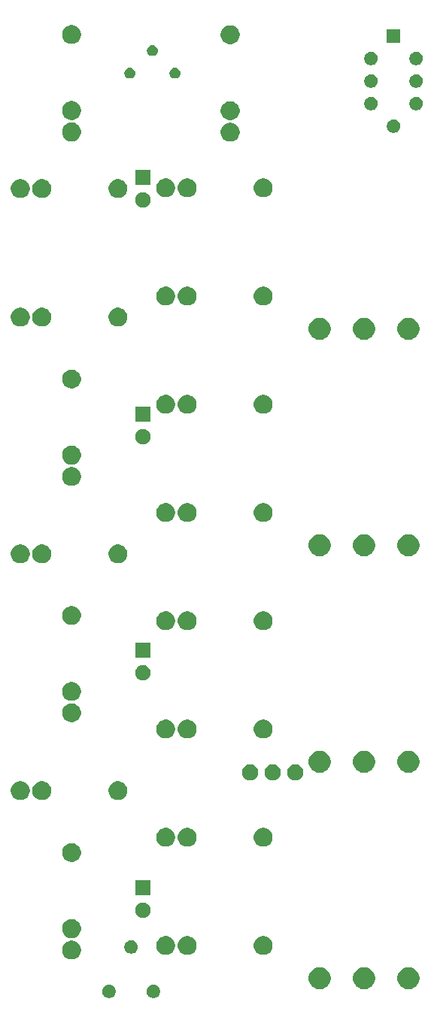
<source format=gbr>
G04 #@! TF.GenerationSoftware,KiCad,Pcbnew,(6.0.0-rc1-dev-1542-gf9f87b3ff-dirty)*
G04 #@! TF.CreationDate,2019-02-04T09:57:12-08:00
G04 #@! TF.ProjectId,qcd-23,7163642d-3233-42e6-9b69-6361645f7063,rev?*
G04 #@! TF.SameCoordinates,Original*
G04 #@! TF.FileFunction,Soldermask,Bot*
G04 #@! TF.FilePolarity,Negative*
%FSLAX46Y46*%
G04 Gerber Fmt 4.6, Leading zero omitted, Abs format (unit mm)*
G04 Created by KiCad (PCBNEW (6.0.0-rc1-dev-1542-gf9f87b3ff-dirty)) date Monday, 04 February 2019 at 09:57:12*
%MOMM*%
%LPD*%
G04 APERTURE LIST*
%ADD10C,0.127000*%
G04 APERTURE END LIST*
D10*
G36*
X140172501Y-158275537D02*
G01*
X140310010Y-158332495D01*
X140433770Y-158415189D01*
X140539011Y-158520430D01*
X140621705Y-158644190D01*
X140678663Y-158781699D01*
X140707700Y-158927678D01*
X140707700Y-159076522D01*
X140678663Y-159222501D01*
X140621705Y-159360010D01*
X140539011Y-159483770D01*
X140433770Y-159589011D01*
X140310010Y-159671705D01*
X140172501Y-159728663D01*
X140026522Y-159757700D01*
X139877678Y-159757700D01*
X139731699Y-159728663D01*
X139594190Y-159671705D01*
X139470430Y-159589011D01*
X139365189Y-159483770D01*
X139282495Y-159360010D01*
X139225537Y-159222501D01*
X139196500Y-159076522D01*
X139196500Y-158927678D01*
X139225537Y-158781699D01*
X139282495Y-158644190D01*
X139365189Y-158520430D01*
X139470430Y-158415189D01*
X139594190Y-158332495D01*
X139731699Y-158275537D01*
X139877678Y-158246500D01*
X140026522Y-158246500D01*
X140172501Y-158275537D01*
X140172501Y-158275537D01*
G37*
G36*
X135172501Y-158275537D02*
G01*
X135310010Y-158332495D01*
X135433770Y-158415189D01*
X135539011Y-158520430D01*
X135621705Y-158644190D01*
X135678663Y-158781699D01*
X135707700Y-158927678D01*
X135707700Y-159076522D01*
X135678663Y-159222501D01*
X135621705Y-159360010D01*
X135539011Y-159483770D01*
X135433770Y-159589011D01*
X135310010Y-159671705D01*
X135172501Y-159728663D01*
X135026522Y-159757700D01*
X134877678Y-159757700D01*
X134731699Y-159728663D01*
X134594190Y-159671705D01*
X134470430Y-159589011D01*
X134365189Y-159483770D01*
X134282495Y-159360010D01*
X134225537Y-159222501D01*
X134196500Y-159076522D01*
X134196500Y-158927678D01*
X134225537Y-158781699D01*
X134282495Y-158644190D01*
X134365189Y-158520430D01*
X134470430Y-158415189D01*
X134594190Y-158332495D01*
X134731699Y-158275537D01*
X134877678Y-158246500D01*
X135026522Y-158246500D01*
X135172501Y-158275537D01*
X135172501Y-158275537D01*
G37*
G36*
X169027936Y-156321329D02*
G01*
X169254438Y-156415149D01*
X169458289Y-156551358D01*
X169631642Y-156724711D01*
X169767851Y-156928562D01*
X169861671Y-157155064D01*
X169909500Y-157395516D01*
X169909500Y-157640684D01*
X169861671Y-157881136D01*
X169767851Y-158107638D01*
X169631642Y-158311489D01*
X169458289Y-158484842D01*
X169254438Y-158621051D01*
X169027936Y-158714871D01*
X168787484Y-158762700D01*
X168542316Y-158762700D01*
X168301864Y-158714871D01*
X168075362Y-158621051D01*
X167871511Y-158484842D01*
X167698158Y-158311489D01*
X167561949Y-158107638D01*
X167468129Y-157881136D01*
X167420300Y-157640684D01*
X167420300Y-157395516D01*
X167468129Y-157155064D01*
X167561949Y-156928562D01*
X167698158Y-156724711D01*
X167871511Y-156551358D01*
X168075362Y-156415149D01*
X168301864Y-156321329D01*
X168542316Y-156273500D01*
X168787484Y-156273500D01*
X169027936Y-156321329D01*
X169027936Y-156321329D01*
G37*
G36*
X164027936Y-156321329D02*
G01*
X164254438Y-156415149D01*
X164458289Y-156551358D01*
X164631642Y-156724711D01*
X164767851Y-156928562D01*
X164861671Y-157155064D01*
X164909500Y-157395516D01*
X164909500Y-157640684D01*
X164861671Y-157881136D01*
X164767851Y-158107638D01*
X164631642Y-158311489D01*
X164458289Y-158484842D01*
X164254438Y-158621051D01*
X164027936Y-158714871D01*
X163787484Y-158762700D01*
X163542316Y-158762700D01*
X163301864Y-158714871D01*
X163075362Y-158621051D01*
X162871511Y-158484842D01*
X162698158Y-158311489D01*
X162561949Y-158107638D01*
X162468129Y-157881136D01*
X162420300Y-157640684D01*
X162420300Y-157395516D01*
X162468129Y-157155064D01*
X162561949Y-156928562D01*
X162698158Y-156724711D01*
X162871511Y-156551358D01*
X163075362Y-156415149D01*
X163301864Y-156321329D01*
X163542316Y-156273500D01*
X163787484Y-156273500D01*
X164027936Y-156321329D01*
X164027936Y-156321329D01*
G37*
G36*
X159027936Y-156321329D02*
G01*
X159254438Y-156415149D01*
X159458289Y-156551358D01*
X159631642Y-156724711D01*
X159767851Y-156928562D01*
X159861671Y-157155064D01*
X159909500Y-157395516D01*
X159909500Y-157640684D01*
X159861671Y-157881136D01*
X159767851Y-158107638D01*
X159631642Y-158311489D01*
X159458289Y-158484842D01*
X159254438Y-158621051D01*
X159027936Y-158714871D01*
X158787484Y-158762700D01*
X158542316Y-158762700D01*
X158301864Y-158714871D01*
X158075362Y-158621051D01*
X157871511Y-158484842D01*
X157698158Y-158311489D01*
X157561949Y-158107638D01*
X157468129Y-157881136D01*
X157420300Y-157640684D01*
X157420300Y-157395516D01*
X157468129Y-157155064D01*
X157561949Y-156928562D01*
X157698158Y-156724711D01*
X157871511Y-156551358D01*
X158075362Y-156415149D01*
X158301864Y-156321329D01*
X158542316Y-156273500D01*
X158787484Y-156273500D01*
X159027936Y-156321329D01*
X159027936Y-156321329D01*
G37*
G36*
X131057674Y-153317296D02*
G01*
X131251818Y-153397713D01*
X131426548Y-153514464D01*
X131575136Y-153663052D01*
X131691887Y-153837782D01*
X131772304Y-154031926D01*
X131813300Y-154238028D01*
X131813300Y-154448172D01*
X131772304Y-154654274D01*
X131691887Y-154848418D01*
X131575136Y-155023148D01*
X131426548Y-155171736D01*
X131251818Y-155288487D01*
X131057674Y-155368904D01*
X130851572Y-155409900D01*
X130641428Y-155409900D01*
X130435326Y-155368904D01*
X130241182Y-155288487D01*
X130066452Y-155171736D01*
X129917864Y-155023148D01*
X129801113Y-154848418D01*
X129720696Y-154654274D01*
X129679700Y-154448172D01*
X129679700Y-154238028D01*
X129720696Y-154031926D01*
X129801113Y-153837782D01*
X129917864Y-153663052D01*
X130066452Y-153514464D01*
X130241182Y-153397713D01*
X130435326Y-153317296D01*
X130641428Y-153276300D01*
X130851572Y-153276300D01*
X131057674Y-153317296D01*
X131057674Y-153317296D01*
G37*
G36*
X152622274Y-152809296D02*
G01*
X152816418Y-152889713D01*
X152991148Y-153006464D01*
X153139736Y-153155052D01*
X153256487Y-153329782D01*
X153336904Y-153523926D01*
X153377900Y-153730028D01*
X153377900Y-153940172D01*
X153336904Y-154146274D01*
X153256487Y-154340418D01*
X153139736Y-154515148D01*
X152991148Y-154663736D01*
X152816418Y-154780487D01*
X152622274Y-154860904D01*
X152416172Y-154901900D01*
X152206028Y-154901900D01*
X151999926Y-154860904D01*
X151805782Y-154780487D01*
X151631052Y-154663736D01*
X151482464Y-154515148D01*
X151365713Y-154340418D01*
X151285296Y-154146274D01*
X151244300Y-153940172D01*
X151244300Y-153730028D01*
X151285296Y-153523926D01*
X151365713Y-153329782D01*
X151482464Y-153155052D01*
X151631052Y-153006464D01*
X151805782Y-152889713D01*
X151999926Y-152809296D01*
X152206028Y-152768300D01*
X152416172Y-152768300D01*
X152622274Y-152809296D01*
X152622274Y-152809296D01*
G37*
G36*
X144062474Y-152809296D02*
G01*
X144256618Y-152889713D01*
X144431348Y-153006464D01*
X144579936Y-153155052D01*
X144696687Y-153329782D01*
X144777104Y-153523926D01*
X144818100Y-153730028D01*
X144818100Y-153940172D01*
X144777104Y-154146274D01*
X144696687Y-154340418D01*
X144579936Y-154515148D01*
X144431348Y-154663736D01*
X144256618Y-154780487D01*
X144062474Y-154860904D01*
X143856372Y-154901900D01*
X143646228Y-154901900D01*
X143440126Y-154860904D01*
X143245982Y-154780487D01*
X143071252Y-154663736D01*
X142922664Y-154515148D01*
X142805913Y-154340418D01*
X142725496Y-154146274D01*
X142684500Y-153940172D01*
X142684500Y-153730028D01*
X142725496Y-153523926D01*
X142805913Y-153329782D01*
X142922664Y-153155052D01*
X143071252Y-153006464D01*
X143245982Y-152889713D01*
X143440126Y-152809296D01*
X143646228Y-152768300D01*
X143856372Y-152768300D01*
X144062474Y-152809296D01*
X144062474Y-152809296D01*
G37*
G36*
X141649474Y-152809296D02*
G01*
X141843618Y-152889713D01*
X142018348Y-153006464D01*
X142166936Y-153155052D01*
X142283687Y-153329782D01*
X142364104Y-153523926D01*
X142405100Y-153730028D01*
X142405100Y-153940172D01*
X142364104Y-154146274D01*
X142283687Y-154340418D01*
X142166936Y-154515148D01*
X142018348Y-154663736D01*
X141843618Y-154780487D01*
X141649474Y-154860904D01*
X141443372Y-154901900D01*
X141233228Y-154901900D01*
X141027126Y-154860904D01*
X140832982Y-154780487D01*
X140658252Y-154663736D01*
X140509664Y-154515148D01*
X140392913Y-154340418D01*
X140312496Y-154146274D01*
X140271500Y-153940172D01*
X140271500Y-153730028D01*
X140312496Y-153523926D01*
X140392913Y-153329782D01*
X140509664Y-153155052D01*
X140658252Y-153006464D01*
X140832982Y-152889713D01*
X141027126Y-152809296D01*
X141233228Y-152768300D01*
X141443372Y-152768300D01*
X141649474Y-152809296D01*
X141649474Y-152809296D01*
G37*
G36*
X137672501Y-153275537D02*
G01*
X137810010Y-153332495D01*
X137933770Y-153415189D01*
X138039011Y-153520430D01*
X138121705Y-153644190D01*
X138178663Y-153781699D01*
X138207700Y-153927678D01*
X138207700Y-154076522D01*
X138178663Y-154222501D01*
X138121705Y-154360010D01*
X138039011Y-154483770D01*
X137933770Y-154589011D01*
X137810010Y-154671705D01*
X137672501Y-154728663D01*
X137526522Y-154757700D01*
X137377678Y-154757700D01*
X137231699Y-154728663D01*
X137094190Y-154671705D01*
X136970430Y-154589011D01*
X136865189Y-154483770D01*
X136782495Y-154360010D01*
X136725537Y-154222501D01*
X136696500Y-154076522D01*
X136696500Y-153927678D01*
X136725537Y-153781699D01*
X136782495Y-153644190D01*
X136865189Y-153520430D01*
X136970430Y-153415189D01*
X137094190Y-153332495D01*
X137231699Y-153275537D01*
X137377678Y-153246500D01*
X137526522Y-153246500D01*
X137672501Y-153275537D01*
X137672501Y-153275537D01*
G37*
G36*
X131057674Y-150904296D02*
G01*
X131251818Y-150984713D01*
X131426548Y-151101464D01*
X131575136Y-151250052D01*
X131691887Y-151424782D01*
X131772304Y-151618926D01*
X131813300Y-151825028D01*
X131813300Y-152035172D01*
X131772304Y-152241274D01*
X131691887Y-152435418D01*
X131575136Y-152610148D01*
X131426548Y-152758736D01*
X131251818Y-152875487D01*
X131057674Y-152955904D01*
X130851572Y-152996900D01*
X130641428Y-152996900D01*
X130435326Y-152955904D01*
X130241182Y-152875487D01*
X130066452Y-152758736D01*
X129917864Y-152610148D01*
X129801113Y-152435418D01*
X129720696Y-152241274D01*
X129679700Y-152035172D01*
X129679700Y-151825028D01*
X129720696Y-151618926D01*
X129801113Y-151424782D01*
X129917864Y-151250052D01*
X130066452Y-151101464D01*
X130241182Y-150984713D01*
X130435326Y-150904296D01*
X130641428Y-150863300D01*
X130851572Y-150863300D01*
X131057674Y-150904296D01*
X131057674Y-150904296D01*
G37*
G36*
X139024803Y-149016887D02*
G01*
X139181968Y-149081987D01*
X139323413Y-149176498D01*
X139443702Y-149296787D01*
X139538213Y-149438232D01*
X139603313Y-149595397D01*
X139636500Y-149762243D01*
X139636500Y-149932357D01*
X139603313Y-150099203D01*
X139538213Y-150256368D01*
X139443702Y-150397813D01*
X139323413Y-150518102D01*
X139181968Y-150612613D01*
X139024803Y-150677713D01*
X138857957Y-150710900D01*
X138687843Y-150710900D01*
X138520997Y-150677713D01*
X138363832Y-150612613D01*
X138222387Y-150518102D01*
X138102098Y-150397813D01*
X138007587Y-150256368D01*
X137942487Y-150099203D01*
X137909300Y-149932357D01*
X137909300Y-149762243D01*
X137942487Y-149595397D01*
X138007587Y-149438232D01*
X138102098Y-149296787D01*
X138222387Y-149176498D01*
X138363832Y-149081987D01*
X138520997Y-149016887D01*
X138687843Y-148983700D01*
X138857957Y-148983700D01*
X139024803Y-149016887D01*
X139024803Y-149016887D01*
G37*
G36*
X139636500Y-148170900D02*
G01*
X137909300Y-148170900D01*
X137909300Y-146443700D01*
X139636500Y-146443700D01*
X139636500Y-148170900D01*
X139636500Y-148170900D01*
G37*
G36*
X131057674Y-142344496D02*
G01*
X131251818Y-142424913D01*
X131426548Y-142541664D01*
X131575136Y-142690252D01*
X131691887Y-142864982D01*
X131772304Y-143059126D01*
X131813300Y-143265228D01*
X131813300Y-143475372D01*
X131772304Y-143681474D01*
X131691887Y-143875618D01*
X131575136Y-144050348D01*
X131426548Y-144198936D01*
X131251818Y-144315687D01*
X131057674Y-144396104D01*
X130851572Y-144437100D01*
X130641428Y-144437100D01*
X130435326Y-144396104D01*
X130241182Y-144315687D01*
X130066452Y-144198936D01*
X129917864Y-144050348D01*
X129801113Y-143875618D01*
X129720696Y-143681474D01*
X129679700Y-143475372D01*
X129679700Y-143265228D01*
X129720696Y-143059126D01*
X129801113Y-142864982D01*
X129917864Y-142690252D01*
X130066452Y-142541664D01*
X130241182Y-142424913D01*
X130435326Y-142344496D01*
X130641428Y-142303500D01*
X130851572Y-142303500D01*
X131057674Y-142344496D01*
X131057674Y-142344496D01*
G37*
G36*
X144062474Y-140617296D02*
G01*
X144256618Y-140697713D01*
X144431348Y-140814464D01*
X144579936Y-140963052D01*
X144696687Y-141137782D01*
X144777104Y-141331926D01*
X144818100Y-141538028D01*
X144818100Y-141748172D01*
X144777104Y-141954274D01*
X144696687Y-142148418D01*
X144579936Y-142323148D01*
X144431348Y-142471736D01*
X144256618Y-142588487D01*
X144062474Y-142668904D01*
X143856372Y-142709900D01*
X143646228Y-142709900D01*
X143440126Y-142668904D01*
X143245982Y-142588487D01*
X143071252Y-142471736D01*
X142922664Y-142323148D01*
X142805913Y-142148418D01*
X142725496Y-141954274D01*
X142684500Y-141748172D01*
X142684500Y-141538028D01*
X142725496Y-141331926D01*
X142805913Y-141137782D01*
X142922664Y-140963052D01*
X143071252Y-140814464D01*
X143245982Y-140697713D01*
X143440126Y-140617296D01*
X143646228Y-140576300D01*
X143856372Y-140576300D01*
X144062474Y-140617296D01*
X144062474Y-140617296D01*
G37*
G36*
X141649474Y-140617296D02*
G01*
X141843618Y-140697713D01*
X142018348Y-140814464D01*
X142166936Y-140963052D01*
X142283687Y-141137782D01*
X142364104Y-141331926D01*
X142405100Y-141538028D01*
X142405100Y-141748172D01*
X142364104Y-141954274D01*
X142283687Y-142148418D01*
X142166936Y-142323148D01*
X142018348Y-142471736D01*
X141843618Y-142588487D01*
X141649474Y-142668904D01*
X141443372Y-142709900D01*
X141233228Y-142709900D01*
X141027126Y-142668904D01*
X140832982Y-142588487D01*
X140658252Y-142471736D01*
X140509664Y-142323148D01*
X140392913Y-142148418D01*
X140312496Y-141954274D01*
X140271500Y-141748172D01*
X140271500Y-141538028D01*
X140312496Y-141331926D01*
X140392913Y-141137782D01*
X140509664Y-140963052D01*
X140658252Y-140814464D01*
X140832982Y-140697713D01*
X141027126Y-140617296D01*
X141233228Y-140576300D01*
X141443372Y-140576300D01*
X141649474Y-140617296D01*
X141649474Y-140617296D01*
G37*
G36*
X152622274Y-140617296D02*
G01*
X152816418Y-140697713D01*
X152991148Y-140814464D01*
X153139736Y-140963052D01*
X153256487Y-141137782D01*
X153336904Y-141331926D01*
X153377900Y-141538028D01*
X153377900Y-141748172D01*
X153336904Y-141954274D01*
X153256487Y-142148418D01*
X153139736Y-142323148D01*
X152991148Y-142471736D01*
X152816418Y-142588487D01*
X152622274Y-142668904D01*
X152416172Y-142709900D01*
X152206028Y-142709900D01*
X151999926Y-142668904D01*
X151805782Y-142588487D01*
X151631052Y-142471736D01*
X151482464Y-142323148D01*
X151365713Y-142148418D01*
X151285296Y-141954274D01*
X151244300Y-141748172D01*
X151244300Y-141538028D01*
X151285296Y-141331926D01*
X151365713Y-141137782D01*
X151482464Y-140963052D01*
X151631052Y-140814464D01*
X151805782Y-140697713D01*
X151999926Y-140617296D01*
X152206028Y-140576300D01*
X152416172Y-140576300D01*
X152622274Y-140617296D01*
X152622274Y-140617296D01*
G37*
G36*
X125291874Y-135359496D02*
G01*
X125486018Y-135439913D01*
X125660748Y-135556664D01*
X125809336Y-135705252D01*
X125926087Y-135879982D01*
X126006504Y-136074126D01*
X126047500Y-136280228D01*
X126047500Y-136490372D01*
X126006504Y-136696474D01*
X125926087Y-136890618D01*
X125809336Y-137065348D01*
X125660748Y-137213936D01*
X125486018Y-137330687D01*
X125291874Y-137411104D01*
X125085772Y-137452100D01*
X124875628Y-137452100D01*
X124669526Y-137411104D01*
X124475382Y-137330687D01*
X124300652Y-137213936D01*
X124152064Y-137065348D01*
X124035313Y-136890618D01*
X123954896Y-136696474D01*
X123913900Y-136490372D01*
X123913900Y-136280228D01*
X123954896Y-136074126D01*
X124035313Y-135879982D01*
X124152064Y-135705252D01*
X124300652Y-135556664D01*
X124475382Y-135439913D01*
X124669526Y-135359496D01*
X124875628Y-135318500D01*
X125085772Y-135318500D01*
X125291874Y-135359496D01*
X125291874Y-135359496D01*
G37*
G36*
X136264674Y-135359496D02*
G01*
X136458818Y-135439913D01*
X136633548Y-135556664D01*
X136782136Y-135705252D01*
X136898887Y-135879982D01*
X136979304Y-136074126D01*
X137020300Y-136280228D01*
X137020300Y-136490372D01*
X136979304Y-136696474D01*
X136898887Y-136890618D01*
X136782136Y-137065348D01*
X136633548Y-137213936D01*
X136458818Y-137330687D01*
X136264674Y-137411104D01*
X136058572Y-137452100D01*
X135848428Y-137452100D01*
X135642326Y-137411104D01*
X135448182Y-137330687D01*
X135273452Y-137213936D01*
X135124864Y-137065348D01*
X135008113Y-136890618D01*
X134927696Y-136696474D01*
X134886700Y-136490372D01*
X134886700Y-136280228D01*
X134927696Y-136074126D01*
X135008113Y-135879982D01*
X135124864Y-135705252D01*
X135273452Y-135556664D01*
X135448182Y-135439913D01*
X135642326Y-135359496D01*
X135848428Y-135318500D01*
X136058572Y-135318500D01*
X136264674Y-135359496D01*
X136264674Y-135359496D01*
G37*
G36*
X127704874Y-135359496D02*
G01*
X127899018Y-135439913D01*
X128073748Y-135556664D01*
X128222336Y-135705252D01*
X128339087Y-135879982D01*
X128419504Y-136074126D01*
X128460500Y-136280228D01*
X128460500Y-136490372D01*
X128419504Y-136696474D01*
X128339087Y-136890618D01*
X128222336Y-137065348D01*
X128073748Y-137213936D01*
X127899018Y-137330687D01*
X127704874Y-137411104D01*
X127498772Y-137452100D01*
X127288628Y-137452100D01*
X127082526Y-137411104D01*
X126888382Y-137330687D01*
X126713652Y-137213936D01*
X126565064Y-137065348D01*
X126448313Y-136890618D01*
X126367896Y-136696474D01*
X126326900Y-136490372D01*
X126326900Y-136280228D01*
X126367896Y-136074126D01*
X126448313Y-135879982D01*
X126565064Y-135705252D01*
X126713652Y-135556664D01*
X126888382Y-135439913D01*
X127082526Y-135359496D01*
X127288628Y-135318500D01*
X127498772Y-135318500D01*
X127704874Y-135359496D01*
X127704874Y-135359496D01*
G37*
G36*
X156188322Y-133436427D02*
G01*
X156188324Y-133436428D01*
X156188325Y-133436428D01*
X156357047Y-133506314D01*
X156508208Y-133607317D01*
X156508895Y-133607776D01*
X156638024Y-133736905D01*
X156638026Y-133736908D01*
X156739486Y-133888753D01*
X156809372Y-134057475D01*
X156809373Y-134057478D01*
X156817999Y-134100844D01*
X156845000Y-134236589D01*
X156845000Y-134419211D01*
X156809372Y-134598325D01*
X156739486Y-134767047D01*
X156638483Y-134918208D01*
X156638024Y-134918895D01*
X156508895Y-135048024D01*
X156508892Y-135048026D01*
X156357047Y-135149486D01*
X156188325Y-135219372D01*
X156188324Y-135219372D01*
X156188322Y-135219373D01*
X156009213Y-135255000D01*
X155826587Y-135255000D01*
X155647478Y-135219373D01*
X155647476Y-135219372D01*
X155647475Y-135219372D01*
X155478753Y-135149486D01*
X155326908Y-135048026D01*
X155326905Y-135048024D01*
X155197776Y-134918895D01*
X155197317Y-134918208D01*
X155096314Y-134767047D01*
X155026428Y-134598325D01*
X154990800Y-134419211D01*
X154990800Y-134236589D01*
X155017801Y-134100844D01*
X155026427Y-134057478D01*
X155026428Y-134057475D01*
X155096314Y-133888753D01*
X155197774Y-133736908D01*
X155197776Y-133736905D01*
X155326905Y-133607776D01*
X155327592Y-133607317D01*
X155478753Y-133506314D01*
X155647475Y-133436428D01*
X155647476Y-133436428D01*
X155647478Y-133436427D01*
X155826587Y-133400800D01*
X156009213Y-133400800D01*
X156188322Y-133436427D01*
X156188322Y-133436427D01*
G37*
G36*
X151108322Y-133436427D02*
G01*
X151108324Y-133436428D01*
X151108325Y-133436428D01*
X151277047Y-133506314D01*
X151428208Y-133607317D01*
X151428895Y-133607776D01*
X151558024Y-133736905D01*
X151558026Y-133736908D01*
X151659486Y-133888753D01*
X151729372Y-134057475D01*
X151729373Y-134057478D01*
X151737999Y-134100844D01*
X151765000Y-134236589D01*
X151765000Y-134419211D01*
X151729372Y-134598325D01*
X151659486Y-134767047D01*
X151558483Y-134918208D01*
X151558024Y-134918895D01*
X151428895Y-135048024D01*
X151428892Y-135048026D01*
X151277047Y-135149486D01*
X151108325Y-135219372D01*
X151108324Y-135219372D01*
X151108322Y-135219373D01*
X150929213Y-135255000D01*
X150746587Y-135255000D01*
X150567478Y-135219373D01*
X150567476Y-135219372D01*
X150567475Y-135219372D01*
X150398753Y-135149486D01*
X150246908Y-135048026D01*
X150246905Y-135048024D01*
X150117776Y-134918895D01*
X150117317Y-134918208D01*
X150016314Y-134767047D01*
X149946428Y-134598325D01*
X149910800Y-134419211D01*
X149910800Y-134236589D01*
X149937801Y-134100844D01*
X149946427Y-134057478D01*
X149946428Y-134057475D01*
X150016314Y-133888753D01*
X150117774Y-133736908D01*
X150117776Y-133736905D01*
X150246905Y-133607776D01*
X150247592Y-133607317D01*
X150398753Y-133506314D01*
X150567475Y-133436428D01*
X150567476Y-133436428D01*
X150567478Y-133436427D01*
X150746587Y-133400800D01*
X150929213Y-133400800D01*
X151108322Y-133436427D01*
X151108322Y-133436427D01*
G37*
G36*
X153648322Y-133436427D02*
G01*
X153648324Y-133436428D01*
X153648325Y-133436428D01*
X153817047Y-133506314D01*
X153968208Y-133607317D01*
X153968895Y-133607776D01*
X154098024Y-133736905D01*
X154098026Y-133736908D01*
X154199486Y-133888753D01*
X154269372Y-134057475D01*
X154269373Y-134057478D01*
X154277999Y-134100844D01*
X154305000Y-134236589D01*
X154305000Y-134419211D01*
X154269372Y-134598325D01*
X154199486Y-134767047D01*
X154098483Y-134918208D01*
X154098024Y-134918895D01*
X153968895Y-135048024D01*
X153968892Y-135048026D01*
X153817047Y-135149486D01*
X153648325Y-135219372D01*
X153648324Y-135219372D01*
X153648322Y-135219373D01*
X153469213Y-135255000D01*
X153286587Y-135255000D01*
X153107478Y-135219373D01*
X153107476Y-135219372D01*
X153107475Y-135219372D01*
X152938753Y-135149486D01*
X152786908Y-135048026D01*
X152786905Y-135048024D01*
X152657776Y-134918895D01*
X152657317Y-134918208D01*
X152556314Y-134767047D01*
X152486428Y-134598325D01*
X152450800Y-134419211D01*
X152450800Y-134236589D01*
X152477801Y-134100844D01*
X152486427Y-134057478D01*
X152486428Y-134057475D01*
X152556314Y-133888753D01*
X152657774Y-133736908D01*
X152657776Y-133736905D01*
X152786905Y-133607776D01*
X152787592Y-133607317D01*
X152938753Y-133506314D01*
X153107475Y-133436428D01*
X153107476Y-133436428D01*
X153107478Y-133436427D01*
X153286587Y-133400800D01*
X153469213Y-133400800D01*
X153648322Y-133436427D01*
X153648322Y-133436427D01*
G37*
G36*
X159027936Y-131937329D02*
G01*
X159254438Y-132031149D01*
X159458289Y-132167358D01*
X159631642Y-132340711D01*
X159767851Y-132544562D01*
X159861671Y-132771064D01*
X159909500Y-133011516D01*
X159909500Y-133256684D01*
X159861671Y-133497136D01*
X159767851Y-133723638D01*
X159631642Y-133927489D01*
X159458289Y-134100842D01*
X159254438Y-134237051D01*
X159027936Y-134330871D01*
X158787484Y-134378700D01*
X158542316Y-134378700D01*
X158301864Y-134330871D01*
X158075362Y-134237051D01*
X157871511Y-134100842D01*
X157698158Y-133927489D01*
X157561949Y-133723638D01*
X157468129Y-133497136D01*
X157420300Y-133256684D01*
X157420300Y-133011516D01*
X157468129Y-132771064D01*
X157561949Y-132544562D01*
X157698158Y-132340711D01*
X157871511Y-132167358D01*
X158075362Y-132031149D01*
X158301864Y-131937329D01*
X158542316Y-131889500D01*
X158787484Y-131889500D01*
X159027936Y-131937329D01*
X159027936Y-131937329D01*
G37*
G36*
X164027936Y-131937329D02*
G01*
X164254438Y-132031149D01*
X164458289Y-132167358D01*
X164631642Y-132340711D01*
X164767851Y-132544562D01*
X164861671Y-132771064D01*
X164909500Y-133011516D01*
X164909500Y-133256684D01*
X164861671Y-133497136D01*
X164767851Y-133723638D01*
X164631642Y-133927489D01*
X164458289Y-134100842D01*
X164254438Y-134237051D01*
X164027936Y-134330871D01*
X163787484Y-134378700D01*
X163542316Y-134378700D01*
X163301864Y-134330871D01*
X163075362Y-134237051D01*
X162871511Y-134100842D01*
X162698158Y-133927489D01*
X162561949Y-133723638D01*
X162468129Y-133497136D01*
X162420300Y-133256684D01*
X162420300Y-133011516D01*
X162468129Y-132771064D01*
X162561949Y-132544562D01*
X162698158Y-132340711D01*
X162871511Y-132167358D01*
X163075362Y-132031149D01*
X163301864Y-131937329D01*
X163542316Y-131889500D01*
X163787484Y-131889500D01*
X164027936Y-131937329D01*
X164027936Y-131937329D01*
G37*
G36*
X169027936Y-131937329D02*
G01*
X169254438Y-132031149D01*
X169458289Y-132167358D01*
X169631642Y-132340711D01*
X169767851Y-132544562D01*
X169861671Y-132771064D01*
X169909500Y-133011516D01*
X169909500Y-133256684D01*
X169861671Y-133497136D01*
X169767851Y-133723638D01*
X169631642Y-133927489D01*
X169458289Y-134100842D01*
X169254438Y-134237051D01*
X169027936Y-134330871D01*
X168787484Y-134378700D01*
X168542316Y-134378700D01*
X168301864Y-134330871D01*
X168075362Y-134237051D01*
X167871511Y-134100842D01*
X167698158Y-133927489D01*
X167561949Y-133723638D01*
X167468129Y-133497136D01*
X167420300Y-133256684D01*
X167420300Y-133011516D01*
X167468129Y-132771064D01*
X167561949Y-132544562D01*
X167698158Y-132340711D01*
X167871511Y-132167358D01*
X168075362Y-132031149D01*
X168301864Y-131937329D01*
X168542316Y-131889500D01*
X168787484Y-131889500D01*
X169027936Y-131937329D01*
X169027936Y-131937329D01*
G37*
G36*
X152622274Y-128425296D02*
G01*
X152816418Y-128505713D01*
X152991148Y-128622464D01*
X153139736Y-128771052D01*
X153256487Y-128945782D01*
X153336904Y-129139926D01*
X153377900Y-129346028D01*
X153377900Y-129556172D01*
X153336904Y-129762274D01*
X153256487Y-129956418D01*
X153139736Y-130131148D01*
X152991148Y-130279736D01*
X152816418Y-130396487D01*
X152622274Y-130476904D01*
X152416172Y-130517900D01*
X152206028Y-130517900D01*
X151999926Y-130476904D01*
X151805782Y-130396487D01*
X151631052Y-130279736D01*
X151482464Y-130131148D01*
X151365713Y-129956418D01*
X151285296Y-129762274D01*
X151244300Y-129556172D01*
X151244300Y-129346028D01*
X151285296Y-129139926D01*
X151365713Y-128945782D01*
X151482464Y-128771052D01*
X151631052Y-128622464D01*
X151805782Y-128505713D01*
X151999926Y-128425296D01*
X152206028Y-128384300D01*
X152416172Y-128384300D01*
X152622274Y-128425296D01*
X152622274Y-128425296D01*
G37*
G36*
X141649474Y-128425296D02*
G01*
X141843618Y-128505713D01*
X142018348Y-128622464D01*
X142166936Y-128771052D01*
X142283687Y-128945782D01*
X142364104Y-129139926D01*
X142405100Y-129346028D01*
X142405100Y-129556172D01*
X142364104Y-129762274D01*
X142283687Y-129956418D01*
X142166936Y-130131148D01*
X142018348Y-130279736D01*
X141843618Y-130396487D01*
X141649474Y-130476904D01*
X141443372Y-130517900D01*
X141233228Y-130517900D01*
X141027126Y-130476904D01*
X140832982Y-130396487D01*
X140658252Y-130279736D01*
X140509664Y-130131148D01*
X140392913Y-129956418D01*
X140312496Y-129762274D01*
X140271500Y-129556172D01*
X140271500Y-129346028D01*
X140312496Y-129139926D01*
X140392913Y-128945782D01*
X140509664Y-128771052D01*
X140658252Y-128622464D01*
X140832982Y-128505713D01*
X141027126Y-128425296D01*
X141233228Y-128384300D01*
X141443372Y-128384300D01*
X141649474Y-128425296D01*
X141649474Y-128425296D01*
G37*
G36*
X144062474Y-128425296D02*
G01*
X144256618Y-128505713D01*
X144431348Y-128622464D01*
X144579936Y-128771052D01*
X144696687Y-128945782D01*
X144777104Y-129139926D01*
X144818100Y-129346028D01*
X144818100Y-129556172D01*
X144777104Y-129762274D01*
X144696687Y-129956418D01*
X144579936Y-130131148D01*
X144431348Y-130279736D01*
X144256618Y-130396487D01*
X144062474Y-130476904D01*
X143856372Y-130517900D01*
X143646228Y-130517900D01*
X143440126Y-130476904D01*
X143245982Y-130396487D01*
X143071252Y-130279736D01*
X142922664Y-130131148D01*
X142805913Y-129956418D01*
X142725496Y-129762274D01*
X142684500Y-129556172D01*
X142684500Y-129346028D01*
X142725496Y-129139926D01*
X142805913Y-128945782D01*
X142922664Y-128771052D01*
X143071252Y-128622464D01*
X143245982Y-128505713D01*
X143440126Y-128425296D01*
X143646228Y-128384300D01*
X143856372Y-128384300D01*
X144062474Y-128425296D01*
X144062474Y-128425296D01*
G37*
G36*
X131057674Y-126596496D02*
G01*
X131251818Y-126676913D01*
X131426548Y-126793664D01*
X131575136Y-126942252D01*
X131691887Y-127116982D01*
X131772304Y-127311126D01*
X131813300Y-127517228D01*
X131813300Y-127727372D01*
X131772304Y-127933474D01*
X131691887Y-128127618D01*
X131575136Y-128302348D01*
X131426548Y-128450936D01*
X131251818Y-128567687D01*
X131057674Y-128648104D01*
X130851572Y-128689100D01*
X130641428Y-128689100D01*
X130435326Y-128648104D01*
X130241182Y-128567687D01*
X130066452Y-128450936D01*
X129917864Y-128302348D01*
X129801113Y-128127618D01*
X129720696Y-127933474D01*
X129679700Y-127727372D01*
X129679700Y-127517228D01*
X129720696Y-127311126D01*
X129801113Y-127116982D01*
X129917864Y-126942252D01*
X130066452Y-126793664D01*
X130241182Y-126676913D01*
X130435326Y-126596496D01*
X130641428Y-126555500D01*
X130851572Y-126555500D01*
X131057674Y-126596496D01*
X131057674Y-126596496D01*
G37*
G36*
X131057674Y-124183496D02*
G01*
X131251818Y-124263913D01*
X131426548Y-124380664D01*
X131575136Y-124529252D01*
X131691887Y-124703982D01*
X131772304Y-124898126D01*
X131813300Y-125104228D01*
X131813300Y-125314372D01*
X131772304Y-125520474D01*
X131691887Y-125714618D01*
X131575136Y-125889348D01*
X131426548Y-126037936D01*
X131251818Y-126154687D01*
X131057674Y-126235104D01*
X130851572Y-126276100D01*
X130641428Y-126276100D01*
X130435326Y-126235104D01*
X130241182Y-126154687D01*
X130066452Y-126037936D01*
X129917864Y-125889348D01*
X129801113Y-125714618D01*
X129720696Y-125520474D01*
X129679700Y-125314372D01*
X129679700Y-125104228D01*
X129720696Y-124898126D01*
X129801113Y-124703982D01*
X129917864Y-124529252D01*
X130066452Y-124380664D01*
X130241182Y-124263913D01*
X130435326Y-124183496D01*
X130641428Y-124142500D01*
X130851572Y-124142500D01*
X131057674Y-124183496D01*
X131057674Y-124183496D01*
G37*
G36*
X139024803Y-122296087D02*
G01*
X139181968Y-122361187D01*
X139323413Y-122455698D01*
X139443702Y-122575987D01*
X139538213Y-122717432D01*
X139603313Y-122874597D01*
X139636500Y-123041443D01*
X139636500Y-123211557D01*
X139603313Y-123378403D01*
X139538213Y-123535568D01*
X139443702Y-123677013D01*
X139323413Y-123797302D01*
X139181968Y-123891813D01*
X139024803Y-123956913D01*
X138857957Y-123990100D01*
X138687843Y-123990100D01*
X138520997Y-123956913D01*
X138363832Y-123891813D01*
X138222387Y-123797302D01*
X138102098Y-123677013D01*
X138007587Y-123535568D01*
X137942487Y-123378403D01*
X137909300Y-123211557D01*
X137909300Y-123041443D01*
X137942487Y-122874597D01*
X138007587Y-122717432D01*
X138102098Y-122575987D01*
X138222387Y-122455698D01*
X138363832Y-122361187D01*
X138520997Y-122296087D01*
X138687843Y-122262900D01*
X138857957Y-122262900D01*
X139024803Y-122296087D01*
X139024803Y-122296087D01*
G37*
G36*
X139636500Y-121450100D02*
G01*
X137909300Y-121450100D01*
X137909300Y-119722900D01*
X139636500Y-119722900D01*
X139636500Y-121450100D01*
X139636500Y-121450100D01*
G37*
G36*
X152622274Y-116233296D02*
G01*
X152816418Y-116313713D01*
X152991148Y-116430464D01*
X153139736Y-116579052D01*
X153256487Y-116753782D01*
X153336904Y-116947926D01*
X153377900Y-117154028D01*
X153377900Y-117364172D01*
X153336904Y-117570274D01*
X153256487Y-117764418D01*
X153139736Y-117939148D01*
X152991148Y-118087736D01*
X152816418Y-118204487D01*
X152622274Y-118284904D01*
X152416172Y-118325900D01*
X152206028Y-118325900D01*
X151999926Y-118284904D01*
X151805782Y-118204487D01*
X151631052Y-118087736D01*
X151482464Y-117939148D01*
X151365713Y-117764418D01*
X151285296Y-117570274D01*
X151244300Y-117364172D01*
X151244300Y-117154028D01*
X151285296Y-116947926D01*
X151365713Y-116753782D01*
X151482464Y-116579052D01*
X151631052Y-116430464D01*
X151805782Y-116313713D01*
X151999926Y-116233296D01*
X152206028Y-116192300D01*
X152416172Y-116192300D01*
X152622274Y-116233296D01*
X152622274Y-116233296D01*
G37*
G36*
X141649474Y-116233296D02*
G01*
X141843618Y-116313713D01*
X142018348Y-116430464D01*
X142166936Y-116579052D01*
X142283687Y-116753782D01*
X142364104Y-116947926D01*
X142405100Y-117154028D01*
X142405100Y-117364172D01*
X142364104Y-117570274D01*
X142283687Y-117764418D01*
X142166936Y-117939148D01*
X142018348Y-118087736D01*
X141843618Y-118204487D01*
X141649474Y-118284904D01*
X141443372Y-118325900D01*
X141233228Y-118325900D01*
X141027126Y-118284904D01*
X140832982Y-118204487D01*
X140658252Y-118087736D01*
X140509664Y-117939148D01*
X140392913Y-117764418D01*
X140312496Y-117570274D01*
X140271500Y-117364172D01*
X140271500Y-117154028D01*
X140312496Y-116947926D01*
X140392913Y-116753782D01*
X140509664Y-116579052D01*
X140658252Y-116430464D01*
X140832982Y-116313713D01*
X141027126Y-116233296D01*
X141233228Y-116192300D01*
X141443372Y-116192300D01*
X141649474Y-116233296D01*
X141649474Y-116233296D01*
G37*
G36*
X144062474Y-116233296D02*
G01*
X144256618Y-116313713D01*
X144431348Y-116430464D01*
X144579936Y-116579052D01*
X144696687Y-116753782D01*
X144777104Y-116947926D01*
X144818100Y-117154028D01*
X144818100Y-117364172D01*
X144777104Y-117570274D01*
X144696687Y-117764418D01*
X144579936Y-117939148D01*
X144431348Y-118087736D01*
X144256618Y-118204487D01*
X144062474Y-118284904D01*
X143856372Y-118325900D01*
X143646228Y-118325900D01*
X143440126Y-118284904D01*
X143245982Y-118204487D01*
X143071252Y-118087736D01*
X142922664Y-117939148D01*
X142805913Y-117764418D01*
X142725496Y-117570274D01*
X142684500Y-117364172D01*
X142684500Y-117154028D01*
X142725496Y-116947926D01*
X142805913Y-116753782D01*
X142922664Y-116579052D01*
X143071252Y-116430464D01*
X143245982Y-116313713D01*
X143440126Y-116233296D01*
X143646228Y-116192300D01*
X143856372Y-116192300D01*
X144062474Y-116233296D01*
X144062474Y-116233296D01*
G37*
G36*
X131057674Y-115623696D02*
G01*
X131251818Y-115704113D01*
X131426548Y-115820864D01*
X131575136Y-115969452D01*
X131691887Y-116144182D01*
X131772304Y-116338326D01*
X131813300Y-116544428D01*
X131813300Y-116754572D01*
X131772304Y-116960674D01*
X131691887Y-117154818D01*
X131575136Y-117329548D01*
X131426548Y-117478136D01*
X131251818Y-117594887D01*
X131057674Y-117675304D01*
X130851572Y-117716300D01*
X130641428Y-117716300D01*
X130435326Y-117675304D01*
X130241182Y-117594887D01*
X130066452Y-117478136D01*
X129917864Y-117329548D01*
X129801113Y-117154818D01*
X129720696Y-116960674D01*
X129679700Y-116754572D01*
X129679700Y-116544428D01*
X129720696Y-116338326D01*
X129801113Y-116144182D01*
X129917864Y-115969452D01*
X130066452Y-115820864D01*
X130241182Y-115704113D01*
X130435326Y-115623696D01*
X130641428Y-115582700D01*
X130851572Y-115582700D01*
X131057674Y-115623696D01*
X131057674Y-115623696D01*
G37*
G36*
X125291874Y-108689496D02*
G01*
X125486018Y-108769913D01*
X125660748Y-108886664D01*
X125809336Y-109035252D01*
X125926087Y-109209982D01*
X126006504Y-109404126D01*
X126047500Y-109610228D01*
X126047500Y-109820372D01*
X126006504Y-110026474D01*
X125926087Y-110220618D01*
X125809336Y-110395348D01*
X125660748Y-110543936D01*
X125486018Y-110660687D01*
X125291874Y-110741104D01*
X125085772Y-110782100D01*
X124875628Y-110782100D01*
X124669526Y-110741104D01*
X124475382Y-110660687D01*
X124300652Y-110543936D01*
X124152064Y-110395348D01*
X124035313Y-110220618D01*
X123954896Y-110026474D01*
X123913900Y-109820372D01*
X123913900Y-109610228D01*
X123954896Y-109404126D01*
X124035313Y-109209982D01*
X124152064Y-109035252D01*
X124300652Y-108886664D01*
X124475382Y-108769913D01*
X124669526Y-108689496D01*
X124875628Y-108648500D01*
X125085772Y-108648500D01*
X125291874Y-108689496D01*
X125291874Y-108689496D01*
G37*
G36*
X136264674Y-108689496D02*
G01*
X136458818Y-108769913D01*
X136633548Y-108886664D01*
X136782136Y-109035252D01*
X136898887Y-109209982D01*
X136979304Y-109404126D01*
X137020300Y-109610228D01*
X137020300Y-109820372D01*
X136979304Y-110026474D01*
X136898887Y-110220618D01*
X136782136Y-110395348D01*
X136633548Y-110543936D01*
X136458818Y-110660687D01*
X136264674Y-110741104D01*
X136058572Y-110782100D01*
X135848428Y-110782100D01*
X135642326Y-110741104D01*
X135448182Y-110660687D01*
X135273452Y-110543936D01*
X135124864Y-110395348D01*
X135008113Y-110220618D01*
X134927696Y-110026474D01*
X134886700Y-109820372D01*
X134886700Y-109610228D01*
X134927696Y-109404126D01*
X135008113Y-109209982D01*
X135124864Y-109035252D01*
X135273452Y-108886664D01*
X135448182Y-108769913D01*
X135642326Y-108689496D01*
X135848428Y-108648500D01*
X136058572Y-108648500D01*
X136264674Y-108689496D01*
X136264674Y-108689496D01*
G37*
G36*
X127704874Y-108689496D02*
G01*
X127899018Y-108769913D01*
X128073748Y-108886664D01*
X128222336Y-109035252D01*
X128339087Y-109209982D01*
X128419504Y-109404126D01*
X128460500Y-109610228D01*
X128460500Y-109820372D01*
X128419504Y-110026474D01*
X128339087Y-110220618D01*
X128222336Y-110395348D01*
X128073748Y-110543936D01*
X127899018Y-110660687D01*
X127704874Y-110741104D01*
X127498772Y-110782100D01*
X127288628Y-110782100D01*
X127082526Y-110741104D01*
X126888382Y-110660687D01*
X126713652Y-110543936D01*
X126565064Y-110395348D01*
X126448313Y-110220618D01*
X126367896Y-110026474D01*
X126326900Y-109820372D01*
X126326900Y-109610228D01*
X126367896Y-109404126D01*
X126448313Y-109209982D01*
X126565064Y-109035252D01*
X126713652Y-108886664D01*
X126888382Y-108769913D01*
X127082526Y-108689496D01*
X127288628Y-108648500D01*
X127498772Y-108648500D01*
X127704874Y-108689496D01*
X127704874Y-108689496D01*
G37*
G36*
X164027936Y-107553329D02*
G01*
X164254438Y-107647149D01*
X164458289Y-107783358D01*
X164631642Y-107956711D01*
X164767851Y-108160562D01*
X164861671Y-108387064D01*
X164909500Y-108627516D01*
X164909500Y-108872684D01*
X164861671Y-109113136D01*
X164767851Y-109339638D01*
X164631642Y-109543489D01*
X164458289Y-109716842D01*
X164254438Y-109853051D01*
X164027936Y-109946871D01*
X163787484Y-109994700D01*
X163542316Y-109994700D01*
X163301864Y-109946871D01*
X163075362Y-109853051D01*
X162871511Y-109716842D01*
X162698158Y-109543489D01*
X162561949Y-109339638D01*
X162468129Y-109113136D01*
X162420300Y-108872684D01*
X162420300Y-108627516D01*
X162468129Y-108387064D01*
X162561949Y-108160562D01*
X162698158Y-107956711D01*
X162871511Y-107783358D01*
X163075362Y-107647149D01*
X163301864Y-107553329D01*
X163542316Y-107505500D01*
X163787484Y-107505500D01*
X164027936Y-107553329D01*
X164027936Y-107553329D01*
G37*
G36*
X159027936Y-107553329D02*
G01*
X159254438Y-107647149D01*
X159458289Y-107783358D01*
X159631642Y-107956711D01*
X159767851Y-108160562D01*
X159861671Y-108387064D01*
X159909500Y-108627516D01*
X159909500Y-108872684D01*
X159861671Y-109113136D01*
X159767851Y-109339638D01*
X159631642Y-109543489D01*
X159458289Y-109716842D01*
X159254438Y-109853051D01*
X159027936Y-109946871D01*
X158787484Y-109994700D01*
X158542316Y-109994700D01*
X158301864Y-109946871D01*
X158075362Y-109853051D01*
X157871511Y-109716842D01*
X157698158Y-109543489D01*
X157561949Y-109339638D01*
X157468129Y-109113136D01*
X157420300Y-108872684D01*
X157420300Y-108627516D01*
X157468129Y-108387064D01*
X157561949Y-108160562D01*
X157698158Y-107956711D01*
X157871511Y-107783358D01*
X158075362Y-107647149D01*
X158301864Y-107553329D01*
X158542316Y-107505500D01*
X158787484Y-107505500D01*
X159027936Y-107553329D01*
X159027936Y-107553329D01*
G37*
G36*
X169027936Y-107553329D02*
G01*
X169254438Y-107647149D01*
X169458289Y-107783358D01*
X169631642Y-107956711D01*
X169767851Y-108160562D01*
X169861671Y-108387064D01*
X169909500Y-108627516D01*
X169909500Y-108872684D01*
X169861671Y-109113136D01*
X169767851Y-109339638D01*
X169631642Y-109543489D01*
X169458289Y-109716842D01*
X169254438Y-109853051D01*
X169027936Y-109946871D01*
X168787484Y-109994700D01*
X168542316Y-109994700D01*
X168301864Y-109946871D01*
X168075362Y-109853051D01*
X167871511Y-109716842D01*
X167698158Y-109543489D01*
X167561949Y-109339638D01*
X167468129Y-109113136D01*
X167420300Y-108872684D01*
X167420300Y-108627516D01*
X167468129Y-108387064D01*
X167561949Y-108160562D01*
X167698158Y-107956711D01*
X167871511Y-107783358D01*
X168075362Y-107647149D01*
X168301864Y-107553329D01*
X168542316Y-107505500D01*
X168787484Y-107505500D01*
X169027936Y-107553329D01*
X169027936Y-107553329D01*
G37*
G36*
X141649474Y-104041296D02*
G01*
X141843618Y-104121713D01*
X142018348Y-104238464D01*
X142166936Y-104387052D01*
X142283687Y-104561782D01*
X142364104Y-104755926D01*
X142405100Y-104962028D01*
X142405100Y-105172172D01*
X142364104Y-105378274D01*
X142283687Y-105572418D01*
X142166936Y-105747148D01*
X142018348Y-105895736D01*
X141843618Y-106012487D01*
X141649474Y-106092904D01*
X141443372Y-106133900D01*
X141233228Y-106133900D01*
X141027126Y-106092904D01*
X140832982Y-106012487D01*
X140658252Y-105895736D01*
X140509664Y-105747148D01*
X140392913Y-105572418D01*
X140312496Y-105378274D01*
X140271500Y-105172172D01*
X140271500Y-104962028D01*
X140312496Y-104755926D01*
X140392913Y-104561782D01*
X140509664Y-104387052D01*
X140658252Y-104238464D01*
X140832982Y-104121713D01*
X141027126Y-104041296D01*
X141233228Y-104000300D01*
X141443372Y-104000300D01*
X141649474Y-104041296D01*
X141649474Y-104041296D01*
G37*
G36*
X144062474Y-104041296D02*
G01*
X144256618Y-104121713D01*
X144431348Y-104238464D01*
X144579936Y-104387052D01*
X144696687Y-104561782D01*
X144777104Y-104755926D01*
X144818100Y-104962028D01*
X144818100Y-105172172D01*
X144777104Y-105378274D01*
X144696687Y-105572418D01*
X144579936Y-105747148D01*
X144431348Y-105895736D01*
X144256618Y-106012487D01*
X144062474Y-106092904D01*
X143856372Y-106133900D01*
X143646228Y-106133900D01*
X143440126Y-106092904D01*
X143245982Y-106012487D01*
X143071252Y-105895736D01*
X142922664Y-105747148D01*
X142805913Y-105572418D01*
X142725496Y-105378274D01*
X142684500Y-105172172D01*
X142684500Y-104962028D01*
X142725496Y-104755926D01*
X142805913Y-104561782D01*
X142922664Y-104387052D01*
X143071252Y-104238464D01*
X143245982Y-104121713D01*
X143440126Y-104041296D01*
X143646228Y-104000300D01*
X143856372Y-104000300D01*
X144062474Y-104041296D01*
X144062474Y-104041296D01*
G37*
G36*
X152622274Y-104041296D02*
G01*
X152816418Y-104121713D01*
X152991148Y-104238464D01*
X153139736Y-104387052D01*
X153256487Y-104561782D01*
X153336904Y-104755926D01*
X153377900Y-104962028D01*
X153377900Y-105172172D01*
X153336904Y-105378274D01*
X153256487Y-105572418D01*
X153139736Y-105747148D01*
X152991148Y-105895736D01*
X152816418Y-106012487D01*
X152622274Y-106092904D01*
X152416172Y-106133900D01*
X152206028Y-106133900D01*
X151999926Y-106092904D01*
X151805782Y-106012487D01*
X151631052Y-105895736D01*
X151482464Y-105747148D01*
X151365713Y-105572418D01*
X151285296Y-105378274D01*
X151244300Y-105172172D01*
X151244300Y-104962028D01*
X151285296Y-104755926D01*
X151365713Y-104561782D01*
X151482464Y-104387052D01*
X151631052Y-104238464D01*
X151805782Y-104121713D01*
X151999926Y-104041296D01*
X152206028Y-104000300D01*
X152416172Y-104000300D01*
X152622274Y-104041296D01*
X152622274Y-104041296D01*
G37*
G36*
X131057674Y-99977296D02*
G01*
X131251818Y-100057713D01*
X131426548Y-100174464D01*
X131575136Y-100323052D01*
X131691887Y-100497782D01*
X131772304Y-100691926D01*
X131813300Y-100898028D01*
X131813300Y-101108172D01*
X131772304Y-101314274D01*
X131691887Y-101508418D01*
X131575136Y-101683148D01*
X131426548Y-101831736D01*
X131251818Y-101948487D01*
X131057674Y-102028904D01*
X130851572Y-102069900D01*
X130641428Y-102069900D01*
X130435326Y-102028904D01*
X130241182Y-101948487D01*
X130066452Y-101831736D01*
X129917864Y-101683148D01*
X129801113Y-101508418D01*
X129720696Y-101314274D01*
X129679700Y-101108172D01*
X129679700Y-100898028D01*
X129720696Y-100691926D01*
X129801113Y-100497782D01*
X129917864Y-100323052D01*
X130066452Y-100174464D01*
X130241182Y-100057713D01*
X130435326Y-99977296D01*
X130641428Y-99936300D01*
X130851572Y-99936300D01*
X131057674Y-99977296D01*
X131057674Y-99977296D01*
G37*
G36*
X131057674Y-97564296D02*
G01*
X131251818Y-97644713D01*
X131426548Y-97761464D01*
X131575136Y-97910052D01*
X131691887Y-98084782D01*
X131772304Y-98278926D01*
X131813300Y-98485028D01*
X131813300Y-98695172D01*
X131772304Y-98901274D01*
X131691887Y-99095418D01*
X131575136Y-99270148D01*
X131426548Y-99418736D01*
X131251818Y-99535487D01*
X131057674Y-99615904D01*
X130851572Y-99656900D01*
X130641428Y-99656900D01*
X130435326Y-99615904D01*
X130241182Y-99535487D01*
X130066452Y-99418736D01*
X129917864Y-99270148D01*
X129801113Y-99095418D01*
X129720696Y-98901274D01*
X129679700Y-98695172D01*
X129679700Y-98485028D01*
X129720696Y-98278926D01*
X129801113Y-98084782D01*
X129917864Y-97910052D01*
X130066452Y-97761464D01*
X130241182Y-97644713D01*
X130435326Y-97564296D01*
X130641428Y-97523300D01*
X130851572Y-97523300D01*
X131057674Y-97564296D01*
X131057674Y-97564296D01*
G37*
G36*
X139024803Y-95676887D02*
G01*
X139181968Y-95741987D01*
X139323413Y-95836498D01*
X139443702Y-95956787D01*
X139538213Y-96098232D01*
X139603313Y-96255397D01*
X139636500Y-96422243D01*
X139636500Y-96592357D01*
X139603313Y-96759203D01*
X139538213Y-96916368D01*
X139443702Y-97057813D01*
X139323413Y-97178102D01*
X139181968Y-97272613D01*
X139024803Y-97337713D01*
X138857957Y-97370900D01*
X138687843Y-97370900D01*
X138520997Y-97337713D01*
X138363832Y-97272613D01*
X138222387Y-97178102D01*
X138102098Y-97057813D01*
X138007587Y-96916368D01*
X137942487Y-96759203D01*
X137909300Y-96592357D01*
X137909300Y-96422243D01*
X137942487Y-96255397D01*
X138007587Y-96098232D01*
X138102098Y-95956787D01*
X138222387Y-95836498D01*
X138363832Y-95741987D01*
X138520997Y-95676887D01*
X138687843Y-95643700D01*
X138857957Y-95643700D01*
X139024803Y-95676887D01*
X139024803Y-95676887D01*
G37*
G36*
X139636500Y-94830900D02*
G01*
X137909300Y-94830900D01*
X137909300Y-93103700D01*
X139636500Y-93103700D01*
X139636500Y-94830900D01*
X139636500Y-94830900D01*
G37*
G36*
X152622274Y-91849296D02*
G01*
X152816418Y-91929713D01*
X152991148Y-92046464D01*
X153139736Y-92195052D01*
X153256487Y-92369782D01*
X153336904Y-92563926D01*
X153377900Y-92770028D01*
X153377900Y-92980172D01*
X153336904Y-93186274D01*
X153256487Y-93380418D01*
X153139736Y-93555148D01*
X152991148Y-93703736D01*
X152816418Y-93820487D01*
X152622274Y-93900904D01*
X152416172Y-93941900D01*
X152206028Y-93941900D01*
X151999926Y-93900904D01*
X151805782Y-93820487D01*
X151631052Y-93703736D01*
X151482464Y-93555148D01*
X151365713Y-93380418D01*
X151285296Y-93186274D01*
X151244300Y-92980172D01*
X151244300Y-92770028D01*
X151285296Y-92563926D01*
X151365713Y-92369782D01*
X151482464Y-92195052D01*
X151631052Y-92046464D01*
X151805782Y-91929713D01*
X151999926Y-91849296D01*
X152206028Y-91808300D01*
X152416172Y-91808300D01*
X152622274Y-91849296D01*
X152622274Y-91849296D01*
G37*
G36*
X144062474Y-91849296D02*
G01*
X144256618Y-91929713D01*
X144431348Y-92046464D01*
X144579936Y-92195052D01*
X144696687Y-92369782D01*
X144777104Y-92563926D01*
X144818100Y-92770028D01*
X144818100Y-92980172D01*
X144777104Y-93186274D01*
X144696687Y-93380418D01*
X144579936Y-93555148D01*
X144431348Y-93703736D01*
X144256618Y-93820487D01*
X144062474Y-93900904D01*
X143856372Y-93941900D01*
X143646228Y-93941900D01*
X143440126Y-93900904D01*
X143245982Y-93820487D01*
X143071252Y-93703736D01*
X142922664Y-93555148D01*
X142805913Y-93380418D01*
X142725496Y-93186274D01*
X142684500Y-92980172D01*
X142684500Y-92770028D01*
X142725496Y-92563926D01*
X142805913Y-92369782D01*
X142922664Y-92195052D01*
X143071252Y-92046464D01*
X143245982Y-91929713D01*
X143440126Y-91849296D01*
X143646228Y-91808300D01*
X143856372Y-91808300D01*
X144062474Y-91849296D01*
X144062474Y-91849296D01*
G37*
G36*
X141649474Y-91849296D02*
G01*
X141843618Y-91929713D01*
X142018348Y-92046464D01*
X142166936Y-92195052D01*
X142283687Y-92369782D01*
X142364104Y-92563926D01*
X142405100Y-92770028D01*
X142405100Y-92980172D01*
X142364104Y-93186274D01*
X142283687Y-93380418D01*
X142166936Y-93555148D01*
X142018348Y-93703736D01*
X141843618Y-93820487D01*
X141649474Y-93900904D01*
X141443372Y-93941900D01*
X141233228Y-93941900D01*
X141027126Y-93900904D01*
X140832982Y-93820487D01*
X140658252Y-93703736D01*
X140509664Y-93555148D01*
X140392913Y-93380418D01*
X140312496Y-93186274D01*
X140271500Y-92980172D01*
X140271500Y-92770028D01*
X140312496Y-92563926D01*
X140392913Y-92369782D01*
X140509664Y-92195052D01*
X140658252Y-92046464D01*
X140832982Y-91929713D01*
X141027126Y-91849296D01*
X141233228Y-91808300D01*
X141443372Y-91808300D01*
X141649474Y-91849296D01*
X141649474Y-91849296D01*
G37*
G36*
X131057674Y-89004496D02*
G01*
X131251818Y-89084913D01*
X131426548Y-89201664D01*
X131575136Y-89350252D01*
X131691887Y-89524982D01*
X131772304Y-89719126D01*
X131813300Y-89925228D01*
X131813300Y-90135372D01*
X131772304Y-90341474D01*
X131691887Y-90535618D01*
X131575136Y-90710348D01*
X131426548Y-90858936D01*
X131251818Y-90975687D01*
X131057674Y-91056104D01*
X130851572Y-91097100D01*
X130641428Y-91097100D01*
X130435326Y-91056104D01*
X130241182Y-90975687D01*
X130066452Y-90858936D01*
X129917864Y-90710348D01*
X129801113Y-90535618D01*
X129720696Y-90341474D01*
X129679700Y-90135372D01*
X129679700Y-89925228D01*
X129720696Y-89719126D01*
X129801113Y-89524982D01*
X129917864Y-89350252D01*
X130066452Y-89201664D01*
X130241182Y-89084913D01*
X130435326Y-89004496D01*
X130641428Y-88963500D01*
X130851572Y-88963500D01*
X131057674Y-89004496D01*
X131057674Y-89004496D01*
G37*
G36*
X164027936Y-83169329D02*
G01*
X164254438Y-83263149D01*
X164458289Y-83399358D01*
X164631642Y-83572711D01*
X164767851Y-83776562D01*
X164861671Y-84003064D01*
X164909500Y-84243516D01*
X164909500Y-84488684D01*
X164861671Y-84729136D01*
X164767851Y-84955638D01*
X164631642Y-85159489D01*
X164458289Y-85332842D01*
X164254438Y-85469051D01*
X164027936Y-85562871D01*
X163787484Y-85610700D01*
X163542316Y-85610700D01*
X163301864Y-85562871D01*
X163075362Y-85469051D01*
X162871511Y-85332842D01*
X162698158Y-85159489D01*
X162561949Y-84955638D01*
X162468129Y-84729136D01*
X162420300Y-84488684D01*
X162420300Y-84243516D01*
X162468129Y-84003064D01*
X162561949Y-83776562D01*
X162698158Y-83572711D01*
X162871511Y-83399358D01*
X163075362Y-83263149D01*
X163301864Y-83169329D01*
X163542316Y-83121500D01*
X163787484Y-83121500D01*
X164027936Y-83169329D01*
X164027936Y-83169329D01*
G37*
G36*
X169027936Y-83169329D02*
G01*
X169254438Y-83263149D01*
X169458289Y-83399358D01*
X169631642Y-83572711D01*
X169767851Y-83776562D01*
X169861671Y-84003064D01*
X169909500Y-84243516D01*
X169909500Y-84488684D01*
X169861671Y-84729136D01*
X169767851Y-84955638D01*
X169631642Y-85159489D01*
X169458289Y-85332842D01*
X169254438Y-85469051D01*
X169027936Y-85562871D01*
X168787484Y-85610700D01*
X168542316Y-85610700D01*
X168301864Y-85562871D01*
X168075362Y-85469051D01*
X167871511Y-85332842D01*
X167698158Y-85159489D01*
X167561949Y-84955638D01*
X167468129Y-84729136D01*
X167420300Y-84488684D01*
X167420300Y-84243516D01*
X167468129Y-84003064D01*
X167561949Y-83776562D01*
X167698158Y-83572711D01*
X167871511Y-83399358D01*
X168075362Y-83263149D01*
X168301864Y-83169329D01*
X168542316Y-83121500D01*
X168787484Y-83121500D01*
X169027936Y-83169329D01*
X169027936Y-83169329D01*
G37*
G36*
X159027936Y-83169329D02*
G01*
X159254438Y-83263149D01*
X159458289Y-83399358D01*
X159631642Y-83572711D01*
X159767851Y-83776562D01*
X159861671Y-84003064D01*
X159909500Y-84243516D01*
X159909500Y-84488684D01*
X159861671Y-84729136D01*
X159767851Y-84955638D01*
X159631642Y-85159489D01*
X159458289Y-85332842D01*
X159254438Y-85469051D01*
X159027936Y-85562871D01*
X158787484Y-85610700D01*
X158542316Y-85610700D01*
X158301864Y-85562871D01*
X158075362Y-85469051D01*
X157871511Y-85332842D01*
X157698158Y-85159489D01*
X157561949Y-84955638D01*
X157468129Y-84729136D01*
X157420300Y-84488684D01*
X157420300Y-84243516D01*
X157468129Y-84003064D01*
X157561949Y-83776562D01*
X157698158Y-83572711D01*
X157871511Y-83399358D01*
X158075362Y-83263149D01*
X158301864Y-83169329D01*
X158542316Y-83121500D01*
X158787484Y-83121500D01*
X159027936Y-83169329D01*
X159027936Y-83169329D01*
G37*
G36*
X125291874Y-82019496D02*
G01*
X125486018Y-82099913D01*
X125660748Y-82216664D01*
X125809336Y-82365252D01*
X125926087Y-82539982D01*
X126006504Y-82734126D01*
X126047500Y-82940228D01*
X126047500Y-83150372D01*
X126006504Y-83356474D01*
X125926087Y-83550618D01*
X125809336Y-83725348D01*
X125660748Y-83873936D01*
X125486018Y-83990687D01*
X125291874Y-84071104D01*
X125085772Y-84112100D01*
X124875628Y-84112100D01*
X124669526Y-84071104D01*
X124475382Y-83990687D01*
X124300652Y-83873936D01*
X124152064Y-83725348D01*
X124035313Y-83550618D01*
X123954896Y-83356474D01*
X123913900Y-83150372D01*
X123913900Y-82940228D01*
X123954896Y-82734126D01*
X124035313Y-82539982D01*
X124152064Y-82365252D01*
X124300652Y-82216664D01*
X124475382Y-82099913D01*
X124669526Y-82019496D01*
X124875628Y-81978500D01*
X125085772Y-81978500D01*
X125291874Y-82019496D01*
X125291874Y-82019496D01*
G37*
G36*
X127704874Y-82019496D02*
G01*
X127899018Y-82099913D01*
X128073748Y-82216664D01*
X128222336Y-82365252D01*
X128339087Y-82539982D01*
X128419504Y-82734126D01*
X128460500Y-82940228D01*
X128460500Y-83150372D01*
X128419504Y-83356474D01*
X128339087Y-83550618D01*
X128222336Y-83725348D01*
X128073748Y-83873936D01*
X127899018Y-83990687D01*
X127704874Y-84071104D01*
X127498772Y-84112100D01*
X127288628Y-84112100D01*
X127082526Y-84071104D01*
X126888382Y-83990687D01*
X126713652Y-83873936D01*
X126565064Y-83725348D01*
X126448313Y-83550618D01*
X126367896Y-83356474D01*
X126326900Y-83150372D01*
X126326900Y-82940228D01*
X126367896Y-82734126D01*
X126448313Y-82539982D01*
X126565064Y-82365252D01*
X126713652Y-82216664D01*
X126888382Y-82099913D01*
X127082526Y-82019496D01*
X127288628Y-81978500D01*
X127498772Y-81978500D01*
X127704874Y-82019496D01*
X127704874Y-82019496D01*
G37*
G36*
X136264674Y-82019496D02*
G01*
X136458818Y-82099913D01*
X136633548Y-82216664D01*
X136782136Y-82365252D01*
X136898887Y-82539982D01*
X136979304Y-82734126D01*
X137020300Y-82940228D01*
X137020300Y-83150372D01*
X136979304Y-83356474D01*
X136898887Y-83550618D01*
X136782136Y-83725348D01*
X136633548Y-83873936D01*
X136458818Y-83990687D01*
X136264674Y-84071104D01*
X136058572Y-84112100D01*
X135848428Y-84112100D01*
X135642326Y-84071104D01*
X135448182Y-83990687D01*
X135273452Y-83873936D01*
X135124864Y-83725348D01*
X135008113Y-83550618D01*
X134927696Y-83356474D01*
X134886700Y-83150372D01*
X134886700Y-82940228D01*
X134927696Y-82734126D01*
X135008113Y-82539982D01*
X135124864Y-82365252D01*
X135273452Y-82216664D01*
X135448182Y-82099913D01*
X135642326Y-82019496D01*
X135848428Y-81978500D01*
X136058572Y-81978500D01*
X136264674Y-82019496D01*
X136264674Y-82019496D01*
G37*
G36*
X152622274Y-79657296D02*
G01*
X152816418Y-79737713D01*
X152991148Y-79854464D01*
X153139736Y-80003052D01*
X153256487Y-80177782D01*
X153336904Y-80371926D01*
X153377900Y-80578028D01*
X153377900Y-80788172D01*
X153336904Y-80994274D01*
X153256487Y-81188418D01*
X153139736Y-81363148D01*
X152991148Y-81511736D01*
X152816418Y-81628487D01*
X152622274Y-81708904D01*
X152416172Y-81749900D01*
X152206028Y-81749900D01*
X151999926Y-81708904D01*
X151805782Y-81628487D01*
X151631052Y-81511736D01*
X151482464Y-81363148D01*
X151365713Y-81188418D01*
X151285296Y-80994274D01*
X151244300Y-80788172D01*
X151244300Y-80578028D01*
X151285296Y-80371926D01*
X151365713Y-80177782D01*
X151482464Y-80003052D01*
X151631052Y-79854464D01*
X151805782Y-79737713D01*
X151999926Y-79657296D01*
X152206028Y-79616300D01*
X152416172Y-79616300D01*
X152622274Y-79657296D01*
X152622274Y-79657296D01*
G37*
G36*
X141649474Y-79657296D02*
G01*
X141843618Y-79737713D01*
X142018348Y-79854464D01*
X142166936Y-80003052D01*
X142283687Y-80177782D01*
X142364104Y-80371926D01*
X142405100Y-80578028D01*
X142405100Y-80788172D01*
X142364104Y-80994274D01*
X142283687Y-81188418D01*
X142166936Y-81363148D01*
X142018348Y-81511736D01*
X141843618Y-81628487D01*
X141649474Y-81708904D01*
X141443372Y-81749900D01*
X141233228Y-81749900D01*
X141027126Y-81708904D01*
X140832982Y-81628487D01*
X140658252Y-81511736D01*
X140509664Y-81363148D01*
X140392913Y-81188418D01*
X140312496Y-80994274D01*
X140271500Y-80788172D01*
X140271500Y-80578028D01*
X140312496Y-80371926D01*
X140392913Y-80177782D01*
X140509664Y-80003052D01*
X140658252Y-79854464D01*
X140832982Y-79737713D01*
X141027126Y-79657296D01*
X141233228Y-79616300D01*
X141443372Y-79616300D01*
X141649474Y-79657296D01*
X141649474Y-79657296D01*
G37*
G36*
X144062474Y-79657296D02*
G01*
X144256618Y-79737713D01*
X144431348Y-79854464D01*
X144579936Y-80003052D01*
X144696687Y-80177782D01*
X144777104Y-80371926D01*
X144818100Y-80578028D01*
X144818100Y-80788172D01*
X144777104Y-80994274D01*
X144696687Y-81188418D01*
X144579936Y-81363148D01*
X144431348Y-81511736D01*
X144256618Y-81628487D01*
X144062474Y-81708904D01*
X143856372Y-81749900D01*
X143646228Y-81749900D01*
X143440126Y-81708904D01*
X143245982Y-81628487D01*
X143071252Y-81511736D01*
X142922664Y-81363148D01*
X142805913Y-81188418D01*
X142725496Y-80994274D01*
X142684500Y-80788172D01*
X142684500Y-80578028D01*
X142725496Y-80371926D01*
X142805913Y-80177782D01*
X142922664Y-80003052D01*
X143071252Y-79854464D01*
X143245982Y-79737713D01*
X143440126Y-79657296D01*
X143646228Y-79616300D01*
X143856372Y-79616300D01*
X144062474Y-79657296D01*
X144062474Y-79657296D01*
G37*
G36*
X139024803Y-69006887D02*
G01*
X139181968Y-69071987D01*
X139323413Y-69166498D01*
X139443702Y-69286787D01*
X139538213Y-69428232D01*
X139603313Y-69585397D01*
X139636500Y-69752243D01*
X139636500Y-69922357D01*
X139603313Y-70089203D01*
X139538213Y-70246368D01*
X139443702Y-70387813D01*
X139323413Y-70508102D01*
X139181968Y-70602613D01*
X139024803Y-70667713D01*
X138857957Y-70700900D01*
X138687843Y-70700900D01*
X138520997Y-70667713D01*
X138363832Y-70602613D01*
X138222387Y-70508102D01*
X138102098Y-70387813D01*
X138007587Y-70246368D01*
X137942487Y-70089203D01*
X137909300Y-69922357D01*
X137909300Y-69752243D01*
X137942487Y-69585397D01*
X138007587Y-69428232D01*
X138102098Y-69286787D01*
X138222387Y-69166498D01*
X138363832Y-69071987D01*
X138520997Y-69006887D01*
X138687843Y-68973700D01*
X138857957Y-68973700D01*
X139024803Y-69006887D01*
X139024803Y-69006887D01*
G37*
G36*
X127704874Y-67541496D02*
G01*
X127899018Y-67621913D01*
X128073748Y-67738664D01*
X128222336Y-67887252D01*
X128339087Y-68061982D01*
X128419504Y-68256126D01*
X128460500Y-68462228D01*
X128460500Y-68672372D01*
X128419504Y-68878474D01*
X128339087Y-69072618D01*
X128222336Y-69247348D01*
X128073748Y-69395936D01*
X127899018Y-69512687D01*
X127704874Y-69593104D01*
X127498772Y-69634100D01*
X127288628Y-69634100D01*
X127082526Y-69593104D01*
X126888382Y-69512687D01*
X126713652Y-69395936D01*
X126565064Y-69247348D01*
X126448313Y-69072618D01*
X126367896Y-68878474D01*
X126326900Y-68672372D01*
X126326900Y-68462228D01*
X126367896Y-68256126D01*
X126448313Y-68061982D01*
X126565064Y-67887252D01*
X126713652Y-67738664D01*
X126888382Y-67621913D01*
X127082526Y-67541496D01*
X127288628Y-67500500D01*
X127498772Y-67500500D01*
X127704874Y-67541496D01*
X127704874Y-67541496D01*
G37*
G36*
X136264674Y-67541496D02*
G01*
X136458818Y-67621913D01*
X136633548Y-67738664D01*
X136782136Y-67887252D01*
X136898887Y-68061982D01*
X136979304Y-68256126D01*
X137020300Y-68462228D01*
X137020300Y-68672372D01*
X136979304Y-68878474D01*
X136898887Y-69072618D01*
X136782136Y-69247348D01*
X136633548Y-69395936D01*
X136458818Y-69512687D01*
X136264674Y-69593104D01*
X136058572Y-69634100D01*
X135848428Y-69634100D01*
X135642326Y-69593104D01*
X135448182Y-69512687D01*
X135273452Y-69395936D01*
X135124864Y-69247348D01*
X135008113Y-69072618D01*
X134927696Y-68878474D01*
X134886700Y-68672372D01*
X134886700Y-68462228D01*
X134927696Y-68256126D01*
X135008113Y-68061982D01*
X135124864Y-67887252D01*
X135273452Y-67738664D01*
X135448182Y-67621913D01*
X135642326Y-67541496D01*
X135848428Y-67500500D01*
X136058572Y-67500500D01*
X136264674Y-67541496D01*
X136264674Y-67541496D01*
G37*
G36*
X125291874Y-67541496D02*
G01*
X125486018Y-67621913D01*
X125660748Y-67738664D01*
X125809336Y-67887252D01*
X125926087Y-68061982D01*
X126006504Y-68256126D01*
X126047500Y-68462228D01*
X126047500Y-68672372D01*
X126006504Y-68878474D01*
X125926087Y-69072618D01*
X125809336Y-69247348D01*
X125660748Y-69395936D01*
X125486018Y-69512687D01*
X125291874Y-69593104D01*
X125085772Y-69634100D01*
X124875628Y-69634100D01*
X124669526Y-69593104D01*
X124475382Y-69512687D01*
X124300652Y-69395936D01*
X124152064Y-69247348D01*
X124035313Y-69072618D01*
X123954896Y-68878474D01*
X123913900Y-68672372D01*
X123913900Y-68462228D01*
X123954896Y-68256126D01*
X124035313Y-68061982D01*
X124152064Y-67887252D01*
X124300652Y-67738664D01*
X124475382Y-67621913D01*
X124669526Y-67541496D01*
X124875628Y-67500500D01*
X125085772Y-67500500D01*
X125291874Y-67541496D01*
X125291874Y-67541496D01*
G37*
G36*
X152622274Y-67465296D02*
G01*
X152816418Y-67545713D01*
X152991148Y-67662464D01*
X153139736Y-67811052D01*
X153256487Y-67985782D01*
X153336904Y-68179926D01*
X153377900Y-68386028D01*
X153377900Y-68596172D01*
X153336904Y-68802274D01*
X153256487Y-68996418D01*
X153139736Y-69171148D01*
X152991148Y-69319736D01*
X152816418Y-69436487D01*
X152622274Y-69516904D01*
X152416172Y-69557900D01*
X152206028Y-69557900D01*
X151999926Y-69516904D01*
X151805782Y-69436487D01*
X151631052Y-69319736D01*
X151482464Y-69171148D01*
X151365713Y-68996418D01*
X151285296Y-68802274D01*
X151244300Y-68596172D01*
X151244300Y-68386028D01*
X151285296Y-68179926D01*
X151365713Y-67985782D01*
X151482464Y-67811052D01*
X151631052Y-67662464D01*
X151805782Y-67545713D01*
X151999926Y-67465296D01*
X152206028Y-67424300D01*
X152416172Y-67424300D01*
X152622274Y-67465296D01*
X152622274Y-67465296D01*
G37*
G36*
X141649474Y-67465296D02*
G01*
X141843618Y-67545713D01*
X142018348Y-67662464D01*
X142166936Y-67811052D01*
X142283687Y-67985782D01*
X142364104Y-68179926D01*
X142405100Y-68386028D01*
X142405100Y-68596172D01*
X142364104Y-68802274D01*
X142283687Y-68996418D01*
X142166936Y-69171148D01*
X142018348Y-69319736D01*
X141843618Y-69436487D01*
X141649474Y-69516904D01*
X141443372Y-69557900D01*
X141233228Y-69557900D01*
X141027126Y-69516904D01*
X140832982Y-69436487D01*
X140658252Y-69319736D01*
X140509664Y-69171148D01*
X140392913Y-68996418D01*
X140312496Y-68802274D01*
X140271500Y-68596172D01*
X140271500Y-68386028D01*
X140312496Y-68179926D01*
X140392913Y-67985782D01*
X140509664Y-67811052D01*
X140658252Y-67662464D01*
X140832982Y-67545713D01*
X141027126Y-67465296D01*
X141233228Y-67424300D01*
X141443372Y-67424300D01*
X141649474Y-67465296D01*
X141649474Y-67465296D01*
G37*
G36*
X144062474Y-67465296D02*
G01*
X144256618Y-67545713D01*
X144431348Y-67662464D01*
X144579936Y-67811052D01*
X144696687Y-67985782D01*
X144777104Y-68179926D01*
X144818100Y-68386028D01*
X144818100Y-68596172D01*
X144777104Y-68802274D01*
X144696687Y-68996418D01*
X144579936Y-69171148D01*
X144431348Y-69319736D01*
X144256618Y-69436487D01*
X144062474Y-69516904D01*
X143856372Y-69557900D01*
X143646228Y-69557900D01*
X143440126Y-69516904D01*
X143245982Y-69436487D01*
X143071252Y-69319736D01*
X142922664Y-69171148D01*
X142805913Y-68996418D01*
X142725496Y-68802274D01*
X142684500Y-68596172D01*
X142684500Y-68386028D01*
X142725496Y-68179926D01*
X142805913Y-67985782D01*
X142922664Y-67811052D01*
X143071252Y-67662464D01*
X143245982Y-67545713D01*
X143440126Y-67465296D01*
X143646228Y-67424300D01*
X143856372Y-67424300D01*
X144062474Y-67465296D01*
X144062474Y-67465296D01*
G37*
G36*
X139636500Y-68160900D02*
G01*
X137909300Y-68160900D01*
X137909300Y-66433700D01*
X139636500Y-66433700D01*
X139636500Y-68160900D01*
X139636500Y-68160900D01*
G37*
G36*
X148913874Y-61191496D02*
G01*
X149108018Y-61271913D01*
X149282748Y-61388664D01*
X149431336Y-61537252D01*
X149548087Y-61711982D01*
X149628504Y-61906126D01*
X149669500Y-62112228D01*
X149669500Y-62322372D01*
X149628504Y-62528474D01*
X149548087Y-62722618D01*
X149431336Y-62897348D01*
X149282748Y-63045936D01*
X149108018Y-63162687D01*
X148913874Y-63243104D01*
X148707772Y-63284100D01*
X148497628Y-63284100D01*
X148291526Y-63243104D01*
X148097382Y-63162687D01*
X147922652Y-63045936D01*
X147774064Y-62897348D01*
X147657313Y-62722618D01*
X147576896Y-62528474D01*
X147535900Y-62322372D01*
X147535900Y-62112228D01*
X147576896Y-61906126D01*
X147657313Y-61711982D01*
X147774064Y-61537252D01*
X147922652Y-61388664D01*
X148097382Y-61271913D01*
X148291526Y-61191496D01*
X148497628Y-61150500D01*
X148707772Y-61150500D01*
X148913874Y-61191496D01*
X148913874Y-61191496D01*
G37*
G36*
X131057674Y-61166096D02*
G01*
X131251818Y-61246513D01*
X131426548Y-61363264D01*
X131575136Y-61511852D01*
X131691887Y-61686582D01*
X131772304Y-61880726D01*
X131813300Y-62086828D01*
X131813300Y-62296972D01*
X131772304Y-62503074D01*
X131691887Y-62697218D01*
X131575136Y-62871948D01*
X131426548Y-63020536D01*
X131251818Y-63137287D01*
X131057674Y-63217704D01*
X130851572Y-63258700D01*
X130641428Y-63258700D01*
X130435326Y-63217704D01*
X130241182Y-63137287D01*
X130066452Y-63020536D01*
X129917864Y-62871948D01*
X129801113Y-62697218D01*
X129720696Y-62503074D01*
X129679700Y-62296972D01*
X129679700Y-62086828D01*
X129720696Y-61880726D01*
X129801113Y-61686582D01*
X129917864Y-61511852D01*
X130066452Y-61363264D01*
X130241182Y-61246513D01*
X130435326Y-61166096D01*
X130641428Y-61125100D01*
X130851572Y-61125100D01*
X131057674Y-61166096D01*
X131057674Y-61166096D01*
G37*
G36*
X167212701Y-60804937D02*
G01*
X167350210Y-60861895D01*
X167473970Y-60944589D01*
X167579211Y-61049830D01*
X167661905Y-61173590D01*
X167718863Y-61311099D01*
X167747900Y-61457078D01*
X167747900Y-61605922D01*
X167718863Y-61751901D01*
X167661905Y-61889410D01*
X167579211Y-62013170D01*
X167473970Y-62118411D01*
X167350210Y-62201105D01*
X167212701Y-62258063D01*
X167066722Y-62287100D01*
X166917878Y-62287100D01*
X166771899Y-62258063D01*
X166634390Y-62201105D01*
X166510630Y-62118411D01*
X166405389Y-62013170D01*
X166322695Y-61889410D01*
X166265737Y-61751901D01*
X166236700Y-61605922D01*
X166236700Y-61457078D01*
X166265737Y-61311099D01*
X166322695Y-61173590D01*
X166405389Y-61049830D01*
X166510630Y-60944589D01*
X166634390Y-60861895D01*
X166771899Y-60804937D01*
X166917878Y-60775900D01*
X167066722Y-60775900D01*
X167212701Y-60804937D01*
X167212701Y-60804937D01*
G37*
G36*
X148913874Y-58778496D02*
G01*
X149108018Y-58858913D01*
X149282748Y-58975664D01*
X149431336Y-59124252D01*
X149548087Y-59298982D01*
X149628504Y-59493126D01*
X149669500Y-59699228D01*
X149669500Y-59909372D01*
X149628504Y-60115474D01*
X149548087Y-60309618D01*
X149431336Y-60484348D01*
X149282748Y-60632936D01*
X149108018Y-60749687D01*
X148913874Y-60830104D01*
X148707772Y-60871100D01*
X148497628Y-60871100D01*
X148291526Y-60830104D01*
X148097382Y-60749687D01*
X147922652Y-60632936D01*
X147774064Y-60484348D01*
X147657313Y-60309618D01*
X147576896Y-60115474D01*
X147535900Y-59909372D01*
X147535900Y-59699228D01*
X147576896Y-59493126D01*
X147657313Y-59298982D01*
X147774064Y-59124252D01*
X147922652Y-58975664D01*
X148097382Y-58858913D01*
X148291526Y-58778496D01*
X148497628Y-58737500D01*
X148707772Y-58737500D01*
X148913874Y-58778496D01*
X148913874Y-58778496D01*
G37*
G36*
X131057674Y-58753096D02*
G01*
X131251818Y-58833513D01*
X131426548Y-58950264D01*
X131575136Y-59098852D01*
X131691887Y-59273582D01*
X131772304Y-59467726D01*
X131813300Y-59673828D01*
X131813300Y-59883972D01*
X131772304Y-60090074D01*
X131691887Y-60284218D01*
X131575136Y-60458948D01*
X131426548Y-60607536D01*
X131251818Y-60724287D01*
X131057674Y-60804704D01*
X130851572Y-60845700D01*
X130641428Y-60845700D01*
X130435326Y-60804704D01*
X130241182Y-60724287D01*
X130066452Y-60607536D01*
X129917864Y-60458948D01*
X129801113Y-60284218D01*
X129720696Y-60090074D01*
X129679700Y-59883972D01*
X129679700Y-59673828D01*
X129720696Y-59467726D01*
X129801113Y-59273582D01*
X129917864Y-59098852D01*
X130066452Y-58950264D01*
X130241182Y-58833513D01*
X130435326Y-58753096D01*
X130641428Y-58712100D01*
X130851572Y-58712100D01*
X131057674Y-58753096D01*
X131057674Y-58753096D01*
G37*
G36*
X169752701Y-58264937D02*
G01*
X169890210Y-58321895D01*
X170013970Y-58404589D01*
X170119211Y-58509830D01*
X170201905Y-58633590D01*
X170258863Y-58771099D01*
X170287900Y-58917078D01*
X170287900Y-59065922D01*
X170258863Y-59211901D01*
X170201905Y-59349410D01*
X170119211Y-59473170D01*
X170013970Y-59578411D01*
X169890210Y-59661105D01*
X169752701Y-59718063D01*
X169606722Y-59747100D01*
X169457878Y-59747100D01*
X169311899Y-59718063D01*
X169174390Y-59661105D01*
X169050630Y-59578411D01*
X168945389Y-59473170D01*
X168862695Y-59349410D01*
X168805737Y-59211901D01*
X168776700Y-59065922D01*
X168776700Y-58917078D01*
X168805737Y-58771099D01*
X168862695Y-58633590D01*
X168945389Y-58509830D01*
X169050630Y-58404589D01*
X169174390Y-58321895D01*
X169311899Y-58264937D01*
X169457878Y-58235900D01*
X169606722Y-58235900D01*
X169752701Y-58264937D01*
X169752701Y-58264937D01*
G37*
G36*
X164672701Y-58264937D02*
G01*
X164810210Y-58321895D01*
X164933970Y-58404589D01*
X165039211Y-58509830D01*
X165121905Y-58633590D01*
X165178863Y-58771099D01*
X165207900Y-58917078D01*
X165207900Y-59065922D01*
X165178863Y-59211901D01*
X165121905Y-59349410D01*
X165039211Y-59473170D01*
X164933970Y-59578411D01*
X164810210Y-59661105D01*
X164672701Y-59718063D01*
X164526722Y-59747100D01*
X164377878Y-59747100D01*
X164231899Y-59718063D01*
X164094390Y-59661105D01*
X163970630Y-59578411D01*
X163865389Y-59473170D01*
X163782695Y-59349410D01*
X163725737Y-59211901D01*
X163696700Y-59065922D01*
X163696700Y-58917078D01*
X163725737Y-58771099D01*
X163782695Y-58633590D01*
X163865389Y-58509830D01*
X163970630Y-58404589D01*
X164094390Y-58321895D01*
X164231899Y-58264937D01*
X164377878Y-58235900D01*
X164526722Y-58235900D01*
X164672701Y-58264937D01*
X164672701Y-58264937D01*
G37*
G36*
X164672701Y-55724937D02*
G01*
X164810210Y-55781895D01*
X164933970Y-55864589D01*
X165039211Y-55969830D01*
X165121905Y-56093590D01*
X165178863Y-56231099D01*
X165207900Y-56377078D01*
X165207900Y-56525922D01*
X165178863Y-56671901D01*
X165121905Y-56809410D01*
X165039211Y-56933170D01*
X164933970Y-57038411D01*
X164810210Y-57121105D01*
X164672701Y-57178063D01*
X164526722Y-57207100D01*
X164377878Y-57207100D01*
X164231899Y-57178063D01*
X164094390Y-57121105D01*
X163970630Y-57038411D01*
X163865389Y-56933170D01*
X163782695Y-56809410D01*
X163725737Y-56671901D01*
X163696700Y-56525922D01*
X163696700Y-56377078D01*
X163725737Y-56231099D01*
X163782695Y-56093590D01*
X163865389Y-55969830D01*
X163970630Y-55864589D01*
X164094390Y-55781895D01*
X164231899Y-55724937D01*
X164377878Y-55695900D01*
X164526722Y-55695900D01*
X164672701Y-55724937D01*
X164672701Y-55724937D01*
G37*
G36*
X169752701Y-55724937D02*
G01*
X169890210Y-55781895D01*
X170013970Y-55864589D01*
X170119211Y-55969830D01*
X170201905Y-56093590D01*
X170258863Y-56231099D01*
X170287900Y-56377078D01*
X170287900Y-56525922D01*
X170258863Y-56671901D01*
X170201905Y-56809410D01*
X170119211Y-56933170D01*
X170013970Y-57038411D01*
X169890210Y-57121105D01*
X169752701Y-57178063D01*
X169606722Y-57207100D01*
X169457878Y-57207100D01*
X169311899Y-57178063D01*
X169174390Y-57121105D01*
X169050630Y-57038411D01*
X168945389Y-56933170D01*
X168862695Y-56809410D01*
X168805737Y-56671901D01*
X168776700Y-56525922D01*
X168776700Y-56377078D01*
X168805737Y-56231099D01*
X168862695Y-56093590D01*
X168945389Y-55969830D01*
X169050630Y-55864589D01*
X169174390Y-55781895D01*
X169311899Y-55724937D01*
X169457878Y-55695900D01*
X169606722Y-55695900D01*
X169752701Y-55724937D01*
X169752701Y-55724937D01*
G37*
G36*
X142557514Y-54976326D02*
G01*
X142668454Y-55022279D01*
X142768298Y-55088992D01*
X142853208Y-55173902D01*
X142919921Y-55273746D01*
X142965874Y-55384686D01*
X142989300Y-55502460D01*
X142989300Y-55622540D01*
X142965874Y-55740314D01*
X142919921Y-55851254D01*
X142853208Y-55951098D01*
X142768298Y-56036008D01*
X142668454Y-56102721D01*
X142557514Y-56148674D01*
X142439740Y-56172100D01*
X142319660Y-56172100D01*
X142201886Y-56148674D01*
X142090946Y-56102721D01*
X141991102Y-56036008D01*
X141906192Y-55951098D01*
X141839479Y-55851254D01*
X141793526Y-55740314D01*
X141770100Y-55622540D01*
X141770100Y-55502460D01*
X141793526Y-55384686D01*
X141839479Y-55273746D01*
X141906192Y-55173902D01*
X141991102Y-55088992D01*
X142090946Y-55022279D01*
X142201886Y-54976326D01*
X142319660Y-54952900D01*
X142439740Y-54952900D01*
X142557514Y-54976326D01*
X142557514Y-54976326D01*
G37*
G36*
X137477514Y-54976326D02*
G01*
X137588454Y-55022279D01*
X137688298Y-55088992D01*
X137773208Y-55173902D01*
X137839921Y-55273746D01*
X137885874Y-55384686D01*
X137909300Y-55502460D01*
X137909300Y-55622540D01*
X137885874Y-55740314D01*
X137839921Y-55851254D01*
X137773208Y-55951098D01*
X137688298Y-56036008D01*
X137588454Y-56102721D01*
X137477514Y-56148674D01*
X137359740Y-56172100D01*
X137239660Y-56172100D01*
X137121886Y-56148674D01*
X137010946Y-56102721D01*
X136911102Y-56036008D01*
X136826192Y-55951098D01*
X136759479Y-55851254D01*
X136713526Y-55740314D01*
X136690100Y-55622540D01*
X136690100Y-55502460D01*
X136713526Y-55384686D01*
X136759479Y-55273746D01*
X136826192Y-55173902D01*
X136911102Y-55088992D01*
X137010946Y-55022279D01*
X137121886Y-54976326D01*
X137239660Y-54952900D01*
X137359740Y-54952900D01*
X137477514Y-54976326D01*
X137477514Y-54976326D01*
G37*
G36*
X169752701Y-53184937D02*
G01*
X169890210Y-53241895D01*
X170013970Y-53324589D01*
X170119211Y-53429830D01*
X170201905Y-53553590D01*
X170258863Y-53691099D01*
X170287900Y-53837078D01*
X170287900Y-53985922D01*
X170258863Y-54131901D01*
X170201905Y-54269410D01*
X170119211Y-54393170D01*
X170013970Y-54498411D01*
X169890210Y-54581105D01*
X169752701Y-54638063D01*
X169606722Y-54667100D01*
X169457878Y-54667100D01*
X169311899Y-54638063D01*
X169174390Y-54581105D01*
X169050630Y-54498411D01*
X168945389Y-54393170D01*
X168862695Y-54269410D01*
X168805737Y-54131901D01*
X168776700Y-53985922D01*
X168776700Y-53837078D01*
X168805737Y-53691099D01*
X168862695Y-53553590D01*
X168945389Y-53429830D01*
X169050630Y-53324589D01*
X169174390Y-53241895D01*
X169311899Y-53184937D01*
X169457878Y-53155900D01*
X169606722Y-53155900D01*
X169752701Y-53184937D01*
X169752701Y-53184937D01*
G37*
G36*
X164672701Y-53184937D02*
G01*
X164810210Y-53241895D01*
X164933970Y-53324589D01*
X165039211Y-53429830D01*
X165121905Y-53553590D01*
X165178863Y-53691099D01*
X165207900Y-53837078D01*
X165207900Y-53985922D01*
X165178863Y-54131901D01*
X165121905Y-54269410D01*
X165039211Y-54393170D01*
X164933970Y-54498411D01*
X164810210Y-54581105D01*
X164672701Y-54638063D01*
X164526722Y-54667100D01*
X164377878Y-54667100D01*
X164231899Y-54638063D01*
X164094390Y-54581105D01*
X163970630Y-54498411D01*
X163865389Y-54393170D01*
X163782695Y-54269410D01*
X163725737Y-54131901D01*
X163696700Y-53985922D01*
X163696700Y-53837078D01*
X163725737Y-53691099D01*
X163782695Y-53553590D01*
X163865389Y-53429830D01*
X163970630Y-53324589D01*
X164094390Y-53241895D01*
X164231899Y-53184937D01*
X164377878Y-53155900D01*
X164526722Y-53155900D01*
X164672701Y-53184937D01*
X164672701Y-53184937D01*
G37*
G36*
X140017514Y-52436326D02*
G01*
X140128454Y-52482279D01*
X140228298Y-52548992D01*
X140313208Y-52633902D01*
X140379921Y-52733746D01*
X140425874Y-52844686D01*
X140449300Y-52962460D01*
X140449300Y-53082540D01*
X140425874Y-53200314D01*
X140379921Y-53311254D01*
X140313208Y-53411098D01*
X140228298Y-53496008D01*
X140128454Y-53562721D01*
X140017514Y-53608674D01*
X139899740Y-53632100D01*
X139779660Y-53632100D01*
X139661886Y-53608674D01*
X139550946Y-53562721D01*
X139451102Y-53496008D01*
X139366192Y-53411098D01*
X139299479Y-53311254D01*
X139253526Y-53200314D01*
X139230100Y-53082540D01*
X139230100Y-52962460D01*
X139253526Y-52844686D01*
X139299479Y-52733746D01*
X139366192Y-52633902D01*
X139451102Y-52548992D01*
X139550946Y-52482279D01*
X139661886Y-52436326D01*
X139779660Y-52412900D01*
X139899740Y-52412900D01*
X140017514Y-52436326D01*
X140017514Y-52436326D01*
G37*
G36*
X148913874Y-50218696D02*
G01*
X149108018Y-50299113D01*
X149282748Y-50415864D01*
X149431336Y-50564452D01*
X149548087Y-50739182D01*
X149628504Y-50933326D01*
X149669500Y-51139428D01*
X149669500Y-51349572D01*
X149628504Y-51555674D01*
X149548087Y-51749818D01*
X149431336Y-51924548D01*
X149282748Y-52073136D01*
X149108018Y-52189887D01*
X148913874Y-52270304D01*
X148707772Y-52311300D01*
X148497628Y-52311300D01*
X148291526Y-52270304D01*
X148097382Y-52189887D01*
X147922652Y-52073136D01*
X147774064Y-51924548D01*
X147657313Y-51749818D01*
X147576896Y-51555674D01*
X147535900Y-51349572D01*
X147535900Y-51139428D01*
X147576896Y-50933326D01*
X147657313Y-50739182D01*
X147774064Y-50564452D01*
X147922652Y-50415864D01*
X148097382Y-50299113D01*
X148291526Y-50218696D01*
X148497628Y-50177700D01*
X148707772Y-50177700D01*
X148913874Y-50218696D01*
X148913874Y-50218696D01*
G37*
G36*
X131057674Y-50193296D02*
G01*
X131251818Y-50273713D01*
X131426548Y-50390464D01*
X131575136Y-50539052D01*
X131691887Y-50713782D01*
X131772304Y-50907926D01*
X131813300Y-51114028D01*
X131813300Y-51324172D01*
X131772304Y-51530274D01*
X131691887Y-51724418D01*
X131575136Y-51899148D01*
X131426548Y-52047736D01*
X131251818Y-52164487D01*
X131057674Y-52244904D01*
X130851572Y-52285900D01*
X130641428Y-52285900D01*
X130435326Y-52244904D01*
X130241182Y-52164487D01*
X130066452Y-52047736D01*
X129917864Y-51899148D01*
X129801113Y-51724418D01*
X129720696Y-51530274D01*
X129679700Y-51324172D01*
X129679700Y-51114028D01*
X129720696Y-50907926D01*
X129801113Y-50713782D01*
X129917864Y-50539052D01*
X130066452Y-50390464D01*
X130241182Y-50273713D01*
X130435326Y-50193296D01*
X130641428Y-50152300D01*
X130851572Y-50152300D01*
X131057674Y-50193296D01*
X131057674Y-50193296D01*
G37*
G36*
X167747900Y-52127100D02*
G01*
X166236700Y-52127100D01*
X166236700Y-50615900D01*
X167747900Y-50615900D01*
X167747900Y-52127100D01*
X167747900Y-52127100D01*
G37*
M02*

</source>
